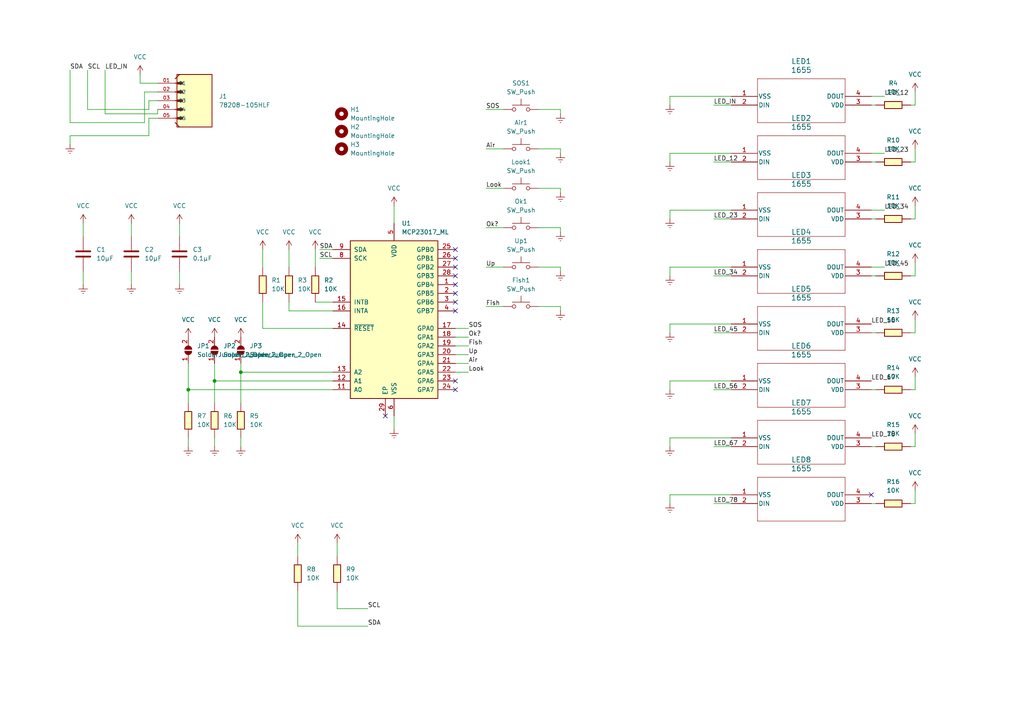
<source format=kicad_sch>
(kicad_sch (version 20230121) (generator eeschema)

  (uuid 7d417264-0705-4dcf-a2f1-0dc114c2876f)

  (paper "A4")

  (lib_symbols
    (symbol "2009_PCB:1655" (pin_names (offset 0.254)) (in_bom yes) (on_board yes)
      (property "Reference" "LED" (at 20.32 10.16 0)
        (effects (font (size 1.524 1.524)))
      )
      (property "Value" "1655" (at 20.32 7.62 0)
        (effects (font (size 1.524 1.524)))
      )
      (property "Footprint" "LED_1655_ADA" (at 0 0 0)
        (effects (font (size 1.27 1.27) italic) hide)
      )
      (property "Datasheet" "1655" (at 0 0 0)
        (effects (font (size 1.27 1.27) italic) hide)
      )
      (property "ki_locked" "" (at 0 0 0)
        (effects (font (size 1.27 1.27)))
      )
      (property "ki_keywords" "1655" (at 0 0 0)
        (effects (font (size 1.27 1.27)) hide)
      )
      (property "ki_fp_filters" "LED_1655_ADA" (at 0 0 0)
        (effects (font (size 1.27 1.27)) hide)
      )
      (symbol "1655_0_1"
        (polyline
          (pts
            (xy 7.62 -7.62)
            (xy 33.02 -7.62)
          )
          (stroke (width 0.127) (type default))
          (fill (type none))
        )
        (polyline
          (pts
            (xy 7.62 5.08)
            (xy 7.62 -7.62)
          )
          (stroke (width 0.127) (type default))
          (fill (type none))
        )
        (polyline
          (pts
            (xy 33.02 -7.62)
            (xy 33.02 5.08)
          )
          (stroke (width 0.127) (type default))
          (fill (type none))
        )
        (polyline
          (pts
            (xy 33.02 5.08)
            (xy 7.62 5.08)
          )
          (stroke (width 0.127) (type default))
          (fill (type none))
        )
      )
      (symbol "1655_1_1"
        (pin power_out line (at 0 0 0) (length 7.62)
          (name "VSS" (effects (font (size 1.27 1.27))))
          (number "1" (effects (font (size 1.27 1.27))))
        )
        (pin input line (at 0 -2.54 0) (length 7.62)
          (name "DIN" (effects (font (size 1.27 1.27))))
          (number "2" (effects (font (size 1.27 1.27))))
        )
        (pin power_in line (at 40.64 -2.54 180) (length 7.62)
          (name "VDD" (effects (font (size 1.27 1.27))))
          (number "3" (effects (font (size 1.27 1.27))))
        )
        (pin output line (at 40.64 0 180) (length 7.62)
          (name "DOUT" (effects (font (size 1.27 1.27))))
          (number "4" (effects (font (size 1.27 1.27))))
        )
      )
    )
    (symbol "2009_PCB:78208-105HLF" (pin_names (offset 1.016)) (in_bom yes) (on_board yes)
      (property "Reference" "J" (at -5.58 7.62 0)
        (effects (font (size 1.27 1.27)) (justify left bottom))
      )
      (property "Value" "78208-105HLF" (at -5.08 -10.16 0)
        (effects (font (size 1.27 1.27)) (justify left bottom))
      )
      (property "Footprint" "78208-105HLF:AMPHENOL_78208-105HLF" (at 0 0 0)
        (effects (font (size 1.27 1.27)) (justify bottom) hide)
      )
      (property "Datasheet" "" (at 0 0 0)
        (effects (font (size 1.27 1.27)) hide)
      )
      (property "MF" "Amphenol ICC (FCI)" (at 0 0 0)
        (effects (font (size 1.27 1.27)) (justify bottom) hide)
      )
      (property "Description" "\n                        \n                            PV Shrouded Header, Wire to Board connector, 2 Wall Shrouded Header - Through Hole - Single row - 5 Positions 2.54mm - Right Angle.\n                        \n" (at 0 0 0)
        (effects (font (size 1.27 1.27)) (justify bottom) hide)
      )
      (property "Package" "None" (at 0 0 0)
        (effects (font (size 1.27 1.27)) (justify bottom) hide)
      )
      (property "Price" "None" (at 0 0 0)
        (effects (font (size 1.27 1.27)) (justify bottom) hide)
      )
      (property "Check_prices" "https://www.snapeda.com/parts/78208-105HLF/Amphenol+FCI/view-part/?ref=eda" (at 0 0 0)
        (effects (font (size 1.27 1.27)) (justify bottom) hide)
      )
      (property "STANDARD" "Manufacturer Recommendations" (at 0 0 0)
        (effects (font (size 1.27 1.27)) (justify bottom) hide)
      )
      (property "PARTREV" "N" (at 0 0 0)
        (effects (font (size 1.27 1.27)) (justify bottom) hide)
      )
      (property "SnapEDA_Link" "https://www.snapeda.com/parts/78208-105HLF/Amphenol+FCI/view-part/?ref=snap" (at 0 0 0)
        (effects (font (size 1.27 1.27)) (justify bottom) hide)
      )
      (property "MP" "78208-105HLF" (at 0 0 0)
        (effects (font (size 1.27 1.27)) (justify bottom) hide)
      )
      (property "Availability" "In Stock" (at 0 0 0)
        (effects (font (size 1.27 1.27)) (justify bottom) hide)
      )
      (property "MANUFACTURER" "Amphenol ICC (FCI)" (at 0 0 0)
        (effects (font (size 1.27 1.27)) (justify bottom) hide)
      )
      (symbol "78208-105HLF_0_0"
        (rectangle (start -4.5508 -7.62) (end 5.6092 7.62)
          (stroke (width 0.254) (type default))
          (fill (type background))
        )
        (rectangle (start -4.445 -5.3975) (end -2.8575 -4.7625)
          (stroke (width 0.1) (type default))
          (fill (type outline))
        )
        (rectangle (start -4.445 -2.8575) (end -2.8575 -2.2225)
          (stroke (width 0.1) (type default))
          (fill (type outline))
        )
        (rectangle (start -4.445 -0.3175) (end -2.8575 0.3175)
          (stroke (width 0.1) (type default))
          (fill (type outline))
        )
        (rectangle (start -4.445 2.2225) (end -2.8575 2.8575)
          (stroke (width 0.1) (type default))
          (fill (type outline))
        )
        (rectangle (start -4.445 4.7625) (end -2.8575 5.3975)
          (stroke (width 0.1) (type default))
          (fill (type outline))
        )
        (polyline
          (pts
            (xy -5.08 -6.35)
            (xy -3.81 -7.62)
          )
          (stroke (width 0.254) (type default))
          (fill (type none))
        )
        (polyline
          (pts
            (xy -5.08 -5.08)
            (xy -3.175 -5.08)
          )
          (stroke (width 0.254) (type default))
          (fill (type none))
        )
        (polyline
          (pts
            (xy -5.08 -2.54)
            (xy -3.175 -2.54)
          )
          (stroke (width 0.254) (type default))
          (fill (type none))
        )
        (polyline
          (pts
            (xy -5.08 0)
            (xy -3.175 0)
          )
          (stroke (width 0.254) (type default))
          (fill (type none))
        )
        (polyline
          (pts
            (xy -5.08 2.54)
            (xy -3.175 2.54)
          )
          (stroke (width 0.254) (type default))
          (fill (type none))
        )
        (polyline
          (pts
            (xy -5.08 5.08)
            (xy -3.175 5.08)
          )
          (stroke (width 0.254) (type default))
          (fill (type none))
        )
        (polyline
          (pts
            (xy -5.08 6.35)
            (xy -3.81 7.62)
          )
          (stroke (width 0.254) (type default))
          (fill (type none))
        )
        (pin passive line (at -10.16 5.08 0) (length 5.08)
          (name "01" (effects (font (size 1.016 1.016))))
          (number "01" (effects (font (size 1.016 1.016))))
        )
        (pin passive line (at -10.16 2.54 0) (length 5.08)
          (name "02" (effects (font (size 1.016 1.016))))
          (number "02" (effects (font (size 1.016 1.016))))
        )
        (pin passive line (at -10.16 0 0) (length 5.08)
          (name "03" (effects (font (size 1.016 1.016))))
          (number "03" (effects (font (size 1.016 1.016))))
        )
        (pin passive line (at -10.16 -2.54 0) (length 5.08)
          (name "04" (effects (font (size 1.016 1.016))))
          (number "04" (effects (font (size 1.016 1.016))))
        )
        (pin passive line (at -10.16 -5.08 0) (length 5.08)
          (name "05" (effects (font (size 1.016 1.016))))
          (number "05" (effects (font (size 1.016 1.016))))
        )
      )
    )
    (symbol "Interface_Expansion:MCP23017_ML" (pin_names (offset 1.016)) (in_bom yes) (on_board yes)
      (property "Reference" "U" (at -11.43 24.13 0)
        (effects (font (size 1.27 1.27)))
      )
      (property "Value" "MCP23017_ML" (at 0 0 0)
        (effects (font (size 1.27 1.27)))
      )
      (property "Footprint" "Package_DFN_QFN:QFN-28-1EP_6x6mm_P0.65mm_EP4.25x4.25mm" (at 5.08 -25.4 0)
        (effects (font (size 1.27 1.27)) (justify left) hide)
      )
      (property "Datasheet" "http://ww1.microchip.com/downloads/en/DeviceDoc/20001952C.pdf" (at 5.08 -27.94 0)
        (effects (font (size 1.27 1.27)) (justify left) hide)
      )
      (property "ki_keywords" "I2C parallel port expander" (at 0 0 0)
        (effects (font (size 1.27 1.27)) hide)
      )
      (property "ki_description" "16-bit I/O expander, I2C, interrupts, w pull-ups, QFN-28" (at 0 0 0)
        (effects (font (size 1.27 1.27)) hide)
      )
      (property "ki_fp_filters" "QFN*6x6mm*P0.65mm*" (at 0 0 0)
        (effects (font (size 1.27 1.27)) hide)
      )
      (symbol "MCP23017_ML_0_1"
        (rectangle (start -12.7 22.86) (end 12.7 -22.86)
          (stroke (width 0.254) (type default))
          (fill (type background))
        )
      )
      (symbol "MCP23017_ML_1_1"
        (pin bidirectional line (at 17.78 10.16 180) (length 5.08)
          (name "GPB4" (effects (font (size 1.27 1.27))))
          (number "1" (effects (font (size 1.27 1.27))))
        )
        (pin no_connect line (at -12.7 12.7 0) (length 5.08) hide
          (name "NC" (effects (font (size 1.27 1.27))))
          (number "10" (effects (font (size 1.27 1.27))))
        )
        (pin input line (at -17.78 -20.32 0) (length 5.08)
          (name "A0" (effects (font (size 1.27 1.27))))
          (number "11" (effects (font (size 1.27 1.27))))
        )
        (pin input line (at -17.78 -17.78 0) (length 5.08)
          (name "A1" (effects (font (size 1.27 1.27))))
          (number "12" (effects (font (size 1.27 1.27))))
        )
        (pin input line (at -17.78 -15.24 0) (length 5.08)
          (name "A2" (effects (font (size 1.27 1.27))))
          (number "13" (effects (font (size 1.27 1.27))))
        )
        (pin input line (at -17.78 -2.54 0) (length 5.08)
          (name "~{RESET}" (effects (font (size 1.27 1.27))))
          (number "14" (effects (font (size 1.27 1.27))))
        )
        (pin tri_state line (at -17.78 5.08 0) (length 5.08)
          (name "INTB" (effects (font (size 1.27 1.27))))
          (number "15" (effects (font (size 1.27 1.27))))
        )
        (pin tri_state line (at -17.78 2.54 0) (length 5.08)
          (name "INTA" (effects (font (size 1.27 1.27))))
          (number "16" (effects (font (size 1.27 1.27))))
        )
        (pin bidirectional line (at 17.78 -2.54 180) (length 5.08)
          (name "GPA0" (effects (font (size 1.27 1.27))))
          (number "17" (effects (font (size 1.27 1.27))))
        )
        (pin bidirectional line (at 17.78 -5.08 180) (length 5.08)
          (name "GPA1" (effects (font (size 1.27 1.27))))
          (number "18" (effects (font (size 1.27 1.27))))
        )
        (pin bidirectional line (at 17.78 -7.62 180) (length 5.08)
          (name "GPA2" (effects (font (size 1.27 1.27))))
          (number "19" (effects (font (size 1.27 1.27))))
        )
        (pin bidirectional line (at 17.78 7.62 180) (length 5.08)
          (name "GPB5" (effects (font (size 1.27 1.27))))
          (number "2" (effects (font (size 1.27 1.27))))
        )
        (pin bidirectional line (at 17.78 -10.16 180) (length 5.08)
          (name "GPA3" (effects (font (size 1.27 1.27))))
          (number "20" (effects (font (size 1.27 1.27))))
        )
        (pin bidirectional line (at 17.78 -12.7 180) (length 5.08)
          (name "GPA4" (effects (font (size 1.27 1.27))))
          (number "21" (effects (font (size 1.27 1.27))))
        )
        (pin bidirectional line (at 17.78 -15.24 180) (length 5.08)
          (name "GPA5" (effects (font (size 1.27 1.27))))
          (number "22" (effects (font (size 1.27 1.27))))
        )
        (pin bidirectional line (at 17.78 -17.78 180) (length 5.08)
          (name "GPA6" (effects (font (size 1.27 1.27))))
          (number "23" (effects (font (size 1.27 1.27))))
        )
        (pin bidirectional line (at 17.78 -20.32 180) (length 5.08)
          (name "GPA7" (effects (font (size 1.27 1.27))))
          (number "24" (effects (font (size 1.27 1.27))))
        )
        (pin bidirectional line (at 17.78 20.32 180) (length 5.08)
          (name "GPB0" (effects (font (size 1.27 1.27))))
          (number "25" (effects (font (size 1.27 1.27))))
        )
        (pin bidirectional line (at 17.78 17.78 180) (length 5.08)
          (name "GPB1" (effects (font (size 1.27 1.27))))
          (number "26" (effects (font (size 1.27 1.27))))
        )
        (pin bidirectional line (at 17.78 15.24 180) (length 5.08)
          (name "GPB2" (effects (font (size 1.27 1.27))))
          (number "27" (effects (font (size 1.27 1.27))))
        )
        (pin bidirectional line (at 17.78 12.7 180) (length 5.08)
          (name "GPB3" (effects (font (size 1.27 1.27))))
          (number "28" (effects (font (size 1.27 1.27))))
        )
        (pin passive line (at -2.54 -27.94 90) (length 5.08)
          (name "EP" (effects (font (size 1.27 1.27))))
          (number "29" (effects (font (size 1.27 1.27))))
        )
        (pin bidirectional line (at 17.78 5.08 180) (length 5.08)
          (name "GPB6" (effects (font (size 1.27 1.27))))
          (number "3" (effects (font (size 1.27 1.27))))
        )
        (pin bidirectional line (at 17.78 2.54 180) (length 5.08)
          (name "GPB7" (effects (font (size 1.27 1.27))))
          (number "4" (effects (font (size 1.27 1.27))))
        )
        (pin power_in line (at 0 27.94 270) (length 5.08)
          (name "VDD" (effects (font (size 1.27 1.27))))
          (number "5" (effects (font (size 1.27 1.27))))
        )
        (pin power_in line (at 0 -27.94 90) (length 5.08)
          (name "VSS" (effects (font (size 1.27 1.27))))
          (number "6" (effects (font (size 1.27 1.27))))
        )
        (pin no_connect line (at -12.7 15.24 0) (length 5.08) hide
          (name "NC" (effects (font (size 1.27 1.27))))
          (number "7" (effects (font (size 1.27 1.27))))
        )
        (pin input line (at -17.78 17.78 0) (length 5.08)
          (name "SCK" (effects (font (size 1.27 1.27))))
          (number "8" (effects (font (size 1.27 1.27))))
        )
        (pin bidirectional line (at -17.78 20.32 0) (length 5.08)
          (name "SDA" (effects (font (size 1.27 1.27))))
          (number "9" (effects (font (size 1.27 1.27))))
        )
      )
    )
    (symbol "Jumper:SolderJumper_2_Open" (pin_names (offset 0) hide) (in_bom yes) (on_board yes)
      (property "Reference" "JP" (at 0 2.032 0)
        (effects (font (size 1.27 1.27)))
      )
      (property "Value" "SolderJumper_2_Open" (at 0 -2.54 0)
        (effects (font (size 1.27 1.27)))
      )
      (property "Footprint" "" (at 0 0 0)
        (effects (font (size 1.27 1.27)) hide)
      )
      (property "Datasheet" "~" (at 0 0 0)
        (effects (font (size 1.27 1.27)) hide)
      )
      (property "ki_keywords" "solder jumper SPST" (at 0 0 0)
        (effects (font (size 1.27 1.27)) hide)
      )
      (property "ki_description" "Solder Jumper, 2-pole, open" (at 0 0 0)
        (effects (font (size 1.27 1.27)) hide)
      )
      (property "ki_fp_filters" "SolderJumper*Open*" (at 0 0 0)
        (effects (font (size 1.27 1.27)) hide)
      )
      (symbol "SolderJumper_2_Open_0_1"
        (arc (start -0.254 1.016) (mid -1.2656 0) (end -0.254 -1.016)
          (stroke (width 0) (type default))
          (fill (type none))
        )
        (arc (start -0.254 1.016) (mid -1.2656 0) (end -0.254 -1.016)
          (stroke (width 0) (type default))
          (fill (type outline))
        )
        (polyline
          (pts
            (xy -0.254 1.016)
            (xy -0.254 -1.016)
          )
          (stroke (width 0) (type default))
          (fill (type none))
        )
        (polyline
          (pts
            (xy 0.254 1.016)
            (xy 0.254 -1.016)
          )
          (stroke (width 0) (type default))
          (fill (type none))
        )
        (arc (start 0.254 -1.016) (mid 1.2656 0) (end 0.254 1.016)
          (stroke (width 0) (type default))
          (fill (type none))
        )
        (arc (start 0.254 -1.016) (mid 1.2656 0) (end 0.254 1.016)
          (stroke (width 0) (type default))
          (fill (type outline))
        )
      )
      (symbol "SolderJumper_2_Open_1_1"
        (pin passive line (at -3.81 0 0) (length 2.54)
          (name "A" (effects (font (size 1.27 1.27))))
          (number "1" (effects (font (size 1.27 1.27))))
        )
        (pin passive line (at 3.81 0 180) (length 2.54)
          (name "B" (effects (font (size 1.27 1.27))))
          (number "2" (effects (font (size 1.27 1.27))))
        )
      )
    )
    (symbol "Mechanical:MountingHole" (pin_names (offset 1.016)) (in_bom yes) (on_board yes)
      (property "Reference" "H" (at 0 5.08 0)
        (effects (font (size 1.27 1.27)))
      )
      (property "Value" "MountingHole" (at 0 3.175 0)
        (effects (font (size 1.27 1.27)))
      )
      (property "Footprint" "" (at 0 0 0)
        (effects (font (size 1.27 1.27)) hide)
      )
      (property "Datasheet" "~" (at 0 0 0)
        (effects (font (size 1.27 1.27)) hide)
      )
      (property "ki_keywords" "mounting hole" (at 0 0 0)
        (effects (font (size 1.27 1.27)) hide)
      )
      (property "ki_description" "Mounting Hole without connection" (at 0 0 0)
        (effects (font (size 1.27 1.27)) hide)
      )
      (property "ki_fp_filters" "MountingHole*" (at 0 0 0)
        (effects (font (size 1.27 1.27)) hide)
      )
      (symbol "MountingHole_0_1"
        (circle (center 0 0) (radius 1.27)
          (stroke (width 1.27) (type default))
          (fill (type none))
        )
      )
    )
    (symbol "Switch:SW_Push" (pin_numbers hide) (pin_names (offset 1.016) hide) (in_bom yes) (on_board yes)
      (property "Reference" "SW" (at 1.27 2.54 0)
        (effects (font (size 1.27 1.27)) (justify left))
      )
      (property "Value" "SW_Push" (at 0 -1.524 0)
        (effects (font (size 1.27 1.27)))
      )
      (property "Footprint" "" (at 0 5.08 0)
        (effects (font (size 1.27 1.27)) hide)
      )
      (property "Datasheet" "~" (at 0 5.08 0)
        (effects (font (size 1.27 1.27)) hide)
      )
      (property "ki_keywords" "switch normally-open pushbutton push-button" (at 0 0 0)
        (effects (font (size 1.27 1.27)) hide)
      )
      (property "ki_description" "Push button switch, generic, two pins" (at 0 0 0)
        (effects (font (size 1.27 1.27)) hide)
      )
      (symbol "SW_Push_0_1"
        (circle (center -2.032 0) (radius 0.508)
          (stroke (width 0) (type default))
          (fill (type none))
        )
        (polyline
          (pts
            (xy 0 1.27)
            (xy 0 3.048)
          )
          (stroke (width 0) (type default))
          (fill (type none))
        )
        (polyline
          (pts
            (xy 2.54 1.27)
            (xy -2.54 1.27)
          )
          (stroke (width 0) (type default))
          (fill (type none))
        )
        (circle (center 2.032 0) (radius 0.508)
          (stroke (width 0) (type default))
          (fill (type none))
        )
        (pin passive line (at -5.08 0 0) (length 2.54)
          (name "1" (effects (font (size 1.27 1.27))))
          (number "1" (effects (font (size 1.27 1.27))))
        )
        (pin passive line (at 5.08 0 180) (length 2.54)
          (name "2" (effects (font (size 1.27 1.27))))
          (number "2" (effects (font (size 1.27 1.27))))
        )
      )
    )
    (symbol "fab:C_1206" (pin_numbers hide) (in_bom yes) (on_board yes)
      (property "Reference" "C" (at 0.635 2.54 0)
        (effects (font (size 1.27 1.27)) (justify left))
      )
      (property "Value" "C_1206" (at 0.635 -2.54 0)
        (effects (font (size 1.27 1.27)) (justify left))
      )
      (property "Footprint" "fab:C_1206" (at 0 0 0)
        (effects (font (size 1.27 1.27)) hide)
      )
      (property "Datasheet" "https://www.yageo.com/upload/media/product/productsearch/datasheet/mlcc/UPY-GP_NP0_16V-to-50V_18.pdf" (at 0 0 0)
        (effects (font (size 1.27 1.27)) hide)
      )
      (property "ki_keywords" "cap capacitor unpolarized 1206 C GRT31CC8YA106ME01L C3216X7R1H105K160AB C3216X7R2A104K160AA CC1206CRNPO9BN1R0 CC1206JRNPO9BN100 CC1206JRNPO9BN101 CC1206KKX7RCBB102 CC1206KRX7R9BB103" (at 0 0 0)
        (effects (font (size 1.27 1.27)) hide)
      )
      (property "ki_description" "Unpolarized capacitor, SMD, 1206" (at 0 0 0)
        (effects (font (size 1.27 1.27)) hide)
      )
      (property "ki_fp_filters" "*C*" (at 0 0 0)
        (effects (font (size 1.27 1.27)) hide)
      )
      (symbol "C_1206_0_1"
        (polyline
          (pts
            (xy -2.032 -0.762)
            (xy 2.032 -0.762)
          )
          (stroke (width 0.508) (type default))
          (fill (type none))
        )
        (polyline
          (pts
            (xy -2.032 0.762)
            (xy 2.032 0.762)
          )
          (stroke (width 0.508) (type default))
          (fill (type none))
        )
        (polyline
          (pts
            (xy 0 -0.635)
            (xy 0 -2.54)
          )
          (stroke (width 0) (type default))
          (fill (type none))
        )
        (polyline
          (pts
            (xy 0 0.635)
            (xy 0 2.54)
          )
          (stroke (width 0) (type default))
          (fill (type none))
        )
      )
      (symbol "C_1206_1_1"
        (pin passive line (at 0 5.08 270) (length 2.54)
          (name "~" (effects (font (size 1.27 1.27))))
          (number "1" (effects (font (size 1.27 1.27))))
        )
        (pin passive line (at 0 -5.08 90) (length 2.54)
          (name "~" (effects (font (size 1.27 1.27))))
          (number "2" (effects (font (size 1.27 1.27))))
        )
      )
    )
    (symbol "fab:R_1206" (pin_numbers hide) (pin_names (offset 0)) (in_bom yes) (on_board yes)
      (property "Reference" "R" (at 2.54 0 90)
        (effects (font (size 1.27 1.27)))
      )
      (property "Value" "R_1206" (at -2.54 0 90)
        (effects (font (size 1.27 1.27)))
      )
      (property "Footprint" "fab:R_1206" (at 0 0 90)
        (effects (font (size 1.27 1.27)) hide)
      )
      (property "Datasheet" "~" (at 0 0 0)
        (effects (font (size 1.27 1.27)) hide)
      )
      (property "ki_keywords" "R res resistor RC1206FR-074M99L RC1206FR-07499KL RC1206FR-0749K9L RC1206FR-0749R9L RC1206FR-074R99L ERJ-8BWJR100V RC1206FR-070RL RC1206FR-071RL RC1206FR-0710RL RC1206FR-07100RL RC1206FR-07499RL RC1206FR-071KL RC1206FR-074K99L RC1206FR-0710KL RC1206FR-07100KL RC1206FR-071ML RC1206FR-0710ML PT1206FR-070R1L" (at 0 0 0)
        (effects (font (size 1.27 1.27)) hide)
      )
      (property "ki_description" "Resistor" (at 0 0 0)
        (effects (font (size 1.27 1.27)) hide)
      )
      (property "ki_fp_filters" "*R*1206*" (at 0 0 0)
        (effects (font (size 1.27 1.27)) hide)
      )
      (symbol "R_1206_0_1"
        (rectangle (start -1.016 -2.54) (end 1.016 2.54)
          (stroke (width 0.254) (type default))
          (fill (type background))
        )
      )
      (symbol "R_1206_1_1"
        (pin passive line (at 0 5.08 270) (length 2.54)
          (name "~" (effects (font (size 1.27 1.27))))
          (number "1" (effects (font (size 1.27 1.27))))
        )
        (pin passive line (at 0 -5.08 90) (length 2.54)
          (name "~" (effects (font (size 1.27 1.27))))
          (number "2" (effects (font (size 1.27 1.27))))
        )
      )
    )
    (symbol "power:Earth" (power) (pin_names (offset 0)) (in_bom yes) (on_board yes)
      (property "Reference" "#PWR" (at 0 -6.35 0)
        (effects (font (size 1.27 1.27)) hide)
      )
      (property "Value" "Earth" (at 0 -3.81 0)
        (effects (font (size 1.27 1.27)) hide)
      )
      (property "Footprint" "" (at 0 0 0)
        (effects (font (size 1.27 1.27)) hide)
      )
      (property "Datasheet" "~" (at 0 0 0)
        (effects (font (size 1.27 1.27)) hide)
      )
      (property "ki_keywords" "global ground gnd" (at 0 0 0)
        (effects (font (size 1.27 1.27)) hide)
      )
      (property "ki_description" "Power symbol creates a global label with name \"Earth\"" (at 0 0 0)
        (effects (font (size 1.27 1.27)) hide)
      )
      (symbol "Earth_0_1"
        (polyline
          (pts
            (xy -0.635 -1.905)
            (xy 0.635 -1.905)
          )
          (stroke (width 0) (type default))
          (fill (type none))
        )
        (polyline
          (pts
            (xy -0.127 -2.54)
            (xy 0.127 -2.54)
          )
          (stroke (width 0) (type default))
          (fill (type none))
        )
        (polyline
          (pts
            (xy 0 -1.27)
            (xy 0 0)
          )
          (stroke (width 0) (type default))
          (fill (type none))
        )
        (polyline
          (pts
            (xy 1.27 -1.27)
            (xy -1.27 -1.27)
          )
          (stroke (width 0) (type default))
          (fill (type none))
        )
      )
      (symbol "Earth_1_1"
        (pin power_in line (at 0 0 270) (length 0) hide
          (name "Earth" (effects (font (size 1.27 1.27))))
          (number "1" (effects (font (size 1.27 1.27))))
        )
      )
    )
    (symbol "power:VCC" (power) (pin_names (offset 0)) (in_bom yes) (on_board yes)
      (property "Reference" "#PWR" (at 0 -3.81 0)
        (effects (font (size 1.27 1.27)) hide)
      )
      (property "Value" "VCC" (at 0 3.81 0)
        (effects (font (size 1.27 1.27)))
      )
      (property "Footprint" "" (at 0 0 0)
        (effects (font (size 1.27 1.27)) hide)
      )
      (property "Datasheet" "" (at 0 0 0)
        (effects (font (size 1.27 1.27)) hide)
      )
      (property "ki_keywords" "global power" (at 0 0 0)
        (effects (font (size 1.27 1.27)) hide)
      )
      (property "ki_description" "Power symbol creates a global label with name \"VCC\"" (at 0 0 0)
        (effects (font (size 1.27 1.27)) hide)
      )
      (symbol "VCC_0_1"
        (polyline
          (pts
            (xy -0.762 1.27)
            (xy 0 2.54)
          )
          (stroke (width 0) (type default))
          (fill (type none))
        )
        (polyline
          (pts
            (xy 0 0)
            (xy 0 2.54)
          )
          (stroke (width 0) (type default))
          (fill (type none))
        )
        (polyline
          (pts
            (xy 0 2.54)
            (xy 0.762 1.27)
          )
          (stroke (width 0) (type default))
          (fill (type none))
        )
      )
      (symbol "VCC_1_1"
        (pin power_in line (at 0 0 90) (length 0) hide
          (name "VCC" (effects (font (size 1.27 1.27))))
          (number "1" (effects (font (size 1.27 1.27))))
        )
      )
    )
  )

  (junction (at 54.61 113.03) (diameter 0) (color 0 0 0 0)
    (uuid 57df0028-b32e-48ee-b661-df57b018439e)
  )
  (junction (at 62.23 110.49) (diameter 0) (color 0 0 0 0)
    (uuid 61c58bc9-5640-4c1b-8e77-d7a2a69807d0)
  )
  (junction (at 69.85 107.95) (diameter 0) (color 0 0 0 0)
    (uuid 9dce088e-81f6-489d-8429-4956a730d73f)
  )

  (no_connect (at 252.73 143.51) (uuid 1fc41098-127f-4879-8981-0d8b0349efe1))
  (no_connect (at 132.08 85.09) (uuid 2a75d7ce-6ba1-45f4-ac2f-d5937bb77879))
  (no_connect (at 132.08 72.39) (uuid 4b0995b7-efa1-44d1-b271-89d50e899a10))
  (no_connect (at 132.08 110.49) (uuid 6ef86331-9f6a-4af1-b913-091f89cb758c))
  (no_connect (at 132.08 82.55) (uuid 810011aa-0600-4ef6-afa6-5a9c81695539))
  (no_connect (at 132.08 80.01) (uuid 8d95bea9-4c7e-49cc-81b0-4300d1ba5e6e))
  (no_connect (at 132.08 90.17) (uuid abd09eac-1f29-484c-af5c-46426f1273eb))
  (no_connect (at 132.08 87.63) (uuid bae3bd4a-b57b-4f69-be78-721e3af75d15))
  (no_connect (at 111.76 120.65) (uuid c6035f1e-b829-4328-b301-f33305cb5d4f))
  (no_connect (at 132.08 74.93) (uuid e25f4ff4-c915-4d76-83c2-1bccd128f831))
  (no_connect (at 132.08 77.47) (uuid e563db6e-ba55-4c5e-a0e7-f11f2c43068a))
  (no_connect (at 132.08 113.03) (uuid fdc6caf5-d32d-448d-ba66-9cde252ac4ce))

  (wire (pts (xy 194.31 110.49) (xy 212.09 110.49))
    (stroke (width 0) (type default))
    (uuid 004a5aaa-b3d6-469f-bba8-68b89082c26f)
  )
  (wire (pts (xy 62.23 127) (xy 62.23 129.54))
    (stroke (width 0) (type default))
    (uuid 01ea45f0-8a69-4d3b-a6df-1c8726a92891)
  )
  (wire (pts (xy 252.73 27.94) (xy 256.54 27.94))
    (stroke (width 0) (type default))
    (uuid 073c5aea-028e-4780-af76-bf0d15b0ddf5)
  )
  (wire (pts (xy 54.61 127) (xy 54.61 129.54))
    (stroke (width 0) (type default))
    (uuid 0b20fc5f-39e9-4e6d-a7e7-b7c219efdf3c)
  )
  (wire (pts (xy 194.31 77.47) (xy 212.09 77.47))
    (stroke (width 0) (type default))
    (uuid 0b2ab698-6bb0-44a0-8d8e-823d23f50571)
  )
  (wire (pts (xy 24.13 78.74) (xy 24.13 82.55))
    (stroke (width 0) (type default))
    (uuid 0fd7a8a3-83d6-4b31-875e-1e7241c43c33)
  )
  (wire (pts (xy 194.31 44.45) (xy 212.09 44.45))
    (stroke (width 0) (type default))
    (uuid 11aef1f7-977c-4771-8f6e-307760a0bfbd)
  )
  (wire (pts (xy 20.32 35.56) (xy 41.91 35.56))
    (stroke (width 0) (type default))
    (uuid 19c959fc-c6d9-445c-919a-48415dae8140)
  )
  (wire (pts (xy 194.31 143.51) (xy 212.09 143.51))
    (stroke (width 0) (type default))
    (uuid 19eef129-c2af-4b54-b9ff-09ac19422b67)
  )
  (wire (pts (xy 194.31 60.96) (xy 194.31 63.5))
    (stroke (width 0) (type default))
    (uuid 1db88da6-a023-4290-9c7b-95fb3bd907a3)
  )
  (wire (pts (xy 194.31 46.99) (xy 194.31 44.45))
    (stroke (width 0) (type default))
    (uuid 1f7ad43e-c30d-4722-ba93-10dfce042362)
  )
  (wire (pts (xy 207.01 80.01) (xy 212.09 80.01))
    (stroke (width 0) (type default))
    (uuid 229e8879-b1d2-44d2-ab26-a319b6e1eb08)
  )
  (wire (pts (xy 20.32 41.91) (xy 20.32 39.37))
    (stroke (width 0) (type default))
    (uuid 25c7d237-f6c3-48fe-9cfd-a2aed2cf38f8)
  )
  (wire (pts (xy 69.85 127) (xy 69.85 129.54))
    (stroke (width 0) (type default))
    (uuid 26687237-5a45-4b46-ad6a-92ec0d61d4a6)
  )
  (wire (pts (xy 140.97 43.18) (xy 146.05 43.18))
    (stroke (width 0) (type default))
    (uuid 2830617a-8078-4717-b551-099d82d68a90)
  )
  (wire (pts (xy 207.01 146.05) (xy 212.09 146.05))
    (stroke (width 0) (type default))
    (uuid 2a4bfafd-6ee6-4ca4-a33b-bbc88eb8ef79)
  )
  (wire (pts (xy 91.44 87.63) (xy 96.52 87.63))
    (stroke (width 0) (type default))
    (uuid 2ad7515c-0713-4214-8e6b-802501a258a5)
  )
  (wire (pts (xy 156.21 77.47) (xy 162.56 77.47))
    (stroke (width 0) (type default))
    (uuid 2af83e42-82e5-44f1-ace5-b2e92c6ddaea)
  )
  (wire (pts (xy 86.36 181.61) (xy 106.68 181.61))
    (stroke (width 0) (type default))
    (uuid 2b920263-907b-4c98-acdd-0cd1c91e6576)
  )
  (wire (pts (xy 41.91 26.67) (xy 41.91 35.56))
    (stroke (width 0) (type default))
    (uuid 2ffb22a6-0437-4b8a-95f0-0f88e570d61b)
  )
  (wire (pts (xy 252.73 77.47) (xy 256.54 77.47))
    (stroke (width 0) (type default))
    (uuid 31113cab-b475-4b27-9751-c5f0cccc1f1e)
  )
  (wire (pts (xy 194.31 113.03) (xy 194.31 110.49))
    (stroke (width 0) (type default))
    (uuid 3250d046-081f-4350-a35c-8cac8bd5ae5e)
  )
  (wire (pts (xy 252.73 60.96) (xy 256.54 60.96))
    (stroke (width 0) (type default))
    (uuid 32760d1a-128a-4fc2-83bc-271ca9af8fe1)
  )
  (wire (pts (xy 86.36 171.45) (xy 86.36 181.61))
    (stroke (width 0) (type default))
    (uuid 329b5649-b77f-4e77-bc57-2f8687898f6e)
  )
  (wire (pts (xy 97.79 171.45) (xy 97.79 176.53))
    (stroke (width 0) (type default))
    (uuid 353bb9cc-7361-4ca0-be7f-f8db3369ae1c)
  )
  (wire (pts (xy 194.31 27.94) (xy 212.09 27.94))
    (stroke (width 0) (type default))
    (uuid 37181dab-b20a-4fee-83a8-69b6ffd4289d)
  )
  (wire (pts (xy 38.1 64.77) (xy 38.1 68.58))
    (stroke (width 0) (type default))
    (uuid 37bd01ef-6f0b-491b-b27c-2f2996aa949a)
  )
  (wire (pts (xy 132.08 105.41) (xy 135.89 105.41))
    (stroke (width 0) (type default))
    (uuid 3bab81a3-22df-44ba-85a2-4d6f1869ae6e)
  )
  (wire (pts (xy 156.21 66.04) (xy 162.56 66.04))
    (stroke (width 0) (type default))
    (uuid 3c13aad6-67f6-4293-9070-03e235fc0f33)
  )
  (wire (pts (xy 114.3 120.65) (xy 114.3 124.46))
    (stroke (width 0) (type default))
    (uuid 3d8ee9b2-f42b-4f0c-a15b-73df3168c2a9)
  )
  (wire (pts (xy 92.71 74.93) (xy 96.52 74.93))
    (stroke (width 0) (type default))
    (uuid 3dcca1c5-921c-4737-a075-300875041598)
  )
  (wire (pts (xy 252.73 113.03) (xy 254 113.03))
    (stroke (width 0) (type default))
    (uuid 3f39fa6a-e939-4e40-94a5-42233758200b)
  )
  (wire (pts (xy 252.73 96.52) (xy 254 96.52))
    (stroke (width 0) (type default))
    (uuid 40104df4-0e23-44ee-a7d4-fd693618c35b)
  )
  (wire (pts (xy 20.32 39.37) (xy 43.18 39.37))
    (stroke (width 0) (type default))
    (uuid 40a5376a-5fc1-4372-bd57-64f81f31ba7d)
  )
  (wire (pts (xy 96.52 113.03) (xy 54.61 113.03))
    (stroke (width 0) (type default))
    (uuid 41e8b1dc-8995-4180-a9ea-ed0ce2fe8bc6)
  )
  (wire (pts (xy 194.31 129.54) (xy 194.31 127))
    (stroke (width 0) (type default))
    (uuid 424a0d62-1c9e-47ee-bfa9-5eee5c29c4a1)
  )
  (wire (pts (xy 140.97 66.04) (xy 146.05 66.04))
    (stroke (width 0) (type default))
    (uuid 4579ea02-42bc-4e00-8d7a-f42226703a18)
  )
  (wire (pts (xy 54.61 113.03) (xy 54.61 105.41))
    (stroke (width 0) (type default))
    (uuid 469b4924-b435-4fc5-a697-aea06c34c44f)
  )
  (wire (pts (xy 264.16 146.05) (xy 265.43 146.05))
    (stroke (width 0) (type default))
    (uuid 46ff7728-4a2c-42d7-8424-c6eac5a89b7e)
  )
  (wire (pts (xy 265.43 129.54) (xy 265.43 125.73))
    (stroke (width 0) (type default))
    (uuid 49cfd399-871a-42e9-af68-a4f2a1aceb8d)
  )
  (wire (pts (xy 265.43 63.5) (xy 265.43 59.69))
    (stroke (width 0) (type default))
    (uuid 4af13fcb-036d-4392-a4f6-d091bd86a3dd)
  )
  (wire (pts (xy 265.43 96.52) (xy 265.43 92.71))
    (stroke (width 0) (type default))
    (uuid 4b94d8ab-d1d6-4c16-89d0-156707352ff6)
  )
  (wire (pts (xy 97.79 157.48) (xy 97.79 161.29))
    (stroke (width 0) (type default))
    (uuid 4cee8ab5-26f7-465d-a4a1-53b4aba61063)
  )
  (wire (pts (xy 38.1 78.74) (xy 38.1 82.55))
    (stroke (width 0) (type default))
    (uuid 5272a04d-eab6-4815-993a-0e3b25d1b259)
  )
  (wire (pts (xy 162.56 31.75) (xy 162.56 33.02))
    (stroke (width 0) (type default))
    (uuid 5304d4e9-97bb-4c62-b618-2c5cc5046ad9)
  )
  (wire (pts (xy 30.48 33.02) (xy 45.72 33.02))
    (stroke (width 0) (type default))
    (uuid 559daab5-9785-4a44-8548-cdbe9a60041d)
  )
  (wire (pts (xy 83.82 87.63) (xy 83.82 90.17))
    (stroke (width 0) (type default))
    (uuid 57b529c7-5dac-4afb-82c5-75204b2bcdf2)
  )
  (wire (pts (xy 43.18 29.21) (xy 45.72 29.21))
    (stroke (width 0) (type default))
    (uuid 582e2f83-85d7-4432-8c7b-5d4a61558835)
  )
  (wire (pts (xy 194.31 96.52) (xy 194.31 93.98))
    (stroke (width 0) (type default))
    (uuid 59666737-5016-4275-9fb5-1cb6074c6e43)
  )
  (wire (pts (xy 140.97 31.75) (xy 146.05 31.75))
    (stroke (width 0) (type default))
    (uuid 59d5d429-1f4f-44a3-b5c5-470ff0c95b54)
  )
  (wire (pts (xy 52.07 78.74) (xy 52.07 82.55))
    (stroke (width 0) (type default))
    (uuid 59f402ef-9b7d-4173-ad3f-ff77215cd091)
  )
  (wire (pts (xy 76.2 95.25) (xy 96.52 95.25))
    (stroke (width 0) (type default))
    (uuid 5b059222-f081-478e-9658-67d7866fabc1)
  )
  (wire (pts (xy 69.85 107.95) (xy 69.85 116.84))
    (stroke (width 0) (type default))
    (uuid 5b5d8391-707b-4a0f-a331-061545e533d7)
  )
  (wire (pts (xy 264.16 63.5) (xy 265.43 63.5))
    (stroke (width 0) (type default))
    (uuid 5beaf9a1-df94-4c54-be1e-a1d515a4b678)
  )
  (wire (pts (xy 265.43 30.48) (xy 265.43 26.67))
    (stroke (width 0) (type default))
    (uuid 5bfc3758-aa6b-422f-84c3-de5b1014e91b)
  )
  (wire (pts (xy 41.91 26.67) (xy 45.72 26.67))
    (stroke (width 0) (type default))
    (uuid 5caecdab-fdcf-4cf8-8a85-7defecdb5da5)
  )
  (wire (pts (xy 83.82 72.39) (xy 83.82 77.47))
    (stroke (width 0) (type default))
    (uuid 5e322c11-02c9-4eef-b701-d84c7a0b81ee)
  )
  (wire (pts (xy 265.43 46.99) (xy 265.43 43.18))
    (stroke (width 0) (type default))
    (uuid 62b49770-6f38-4b5d-90bc-11aefd05637a)
  )
  (wire (pts (xy 40.64 24.13) (xy 45.72 24.13))
    (stroke (width 0) (type default))
    (uuid 62d71c22-a393-43d4-8deb-0eebe8ff9b56)
  )
  (wire (pts (xy 45.72 33.02) (xy 45.72 31.75))
    (stroke (width 0) (type default))
    (uuid 66193b0b-0061-4c34-a4b7-6bd5b737a185)
  )
  (wire (pts (xy 25.4 31.75) (xy 43.18 31.75))
    (stroke (width 0) (type default))
    (uuid 67a96fb3-1fa2-466b-ba7c-f0e3c04ac681)
  )
  (wire (pts (xy 40.64 21.59) (xy 40.64 24.13))
    (stroke (width 0) (type default))
    (uuid 68b23ae9-87fb-4c01-bd30-809c79540f3b)
  )
  (wire (pts (xy 20.32 20.32) (xy 20.32 35.56))
    (stroke (width 0) (type default))
    (uuid 6bac1c68-fe96-4015-96b2-53672026006b)
  )
  (wire (pts (xy 62.23 110.49) (xy 62.23 116.84))
    (stroke (width 0) (type default))
    (uuid 6ee243c9-d8c3-47a4-829a-d79b3a5935bd)
  )
  (wire (pts (xy 76.2 72.39) (xy 76.2 77.47))
    (stroke (width 0) (type default))
    (uuid 6fa7ece9-9a62-4ede-a9fa-9fc62513a833)
  )
  (wire (pts (xy 264.16 113.03) (xy 265.43 113.03))
    (stroke (width 0) (type default))
    (uuid 7131f601-fe94-4945-91ac-5005bad34914)
  )
  (wire (pts (xy 43.18 34.29) (xy 45.72 34.29))
    (stroke (width 0) (type default))
    (uuid 73450410-6dd3-4e7a-8fdf-a819e2975fb7)
  )
  (wire (pts (xy 132.08 95.25) (xy 135.89 95.25))
    (stroke (width 0) (type default))
    (uuid 7746a435-21f7-4dca-81b7-f75f3d3e9878)
  )
  (wire (pts (xy 30.48 20.32) (xy 30.48 33.02))
    (stroke (width 0) (type default))
    (uuid 79de4c18-01b6-4509-b1fe-92dca100f032)
  )
  (wire (pts (xy 69.85 107.95) (xy 69.85 105.41))
    (stroke (width 0) (type default))
    (uuid 79de74e1-4d6b-4fb0-ac0b-24e9c30be840)
  )
  (wire (pts (xy 264.16 129.54) (xy 265.43 129.54))
    (stroke (width 0) (type default))
    (uuid 7aa01cfc-e63c-4fe3-99d5-60597135a337)
  )
  (wire (pts (xy 252.73 63.5) (xy 254 63.5))
    (stroke (width 0) (type default))
    (uuid 7b920588-6257-4884-8d8b-63c6aab107b0)
  )
  (wire (pts (xy 62.23 110.49) (xy 62.23 105.41))
    (stroke (width 0) (type default))
    (uuid 7d4c821c-f432-402e-bcc8-c81722bd732b)
  )
  (wire (pts (xy 264.16 96.52) (xy 265.43 96.52))
    (stroke (width 0) (type default))
    (uuid 7ec37e3a-dbda-4a18-953c-0a4bbf8fbd4b)
  )
  (wire (pts (xy 207.01 129.54) (xy 212.09 129.54))
    (stroke (width 0) (type default))
    (uuid 7f50118d-29af-44d0-9f8f-89568f48c735)
  )
  (wire (pts (xy 132.08 100.33) (xy 135.89 100.33))
    (stroke (width 0) (type default))
    (uuid 807ce660-1c17-43b8-b65c-92e2956b8a70)
  )
  (wire (pts (xy 96.52 110.49) (xy 62.23 110.49))
    (stroke (width 0) (type default))
    (uuid 84ae7b07-6708-4967-b909-b6fb87a7f1e7)
  )
  (wire (pts (xy 162.56 77.47) (xy 162.56 78.74))
    (stroke (width 0) (type default))
    (uuid 87079de1-68d5-4a29-bd40-9881ac309ac5)
  )
  (wire (pts (xy 97.79 176.53) (xy 106.68 176.53))
    (stroke (width 0) (type default))
    (uuid 897785fb-8d84-4f47-ba06-b0adc3f30807)
  )
  (wire (pts (xy 162.56 54.61) (xy 162.56 55.88))
    (stroke (width 0) (type default))
    (uuid 898fdef4-61d4-4dce-933f-16b353492c2f)
  )
  (wire (pts (xy 43.18 31.75) (xy 43.18 29.21))
    (stroke (width 0) (type default))
    (uuid 8a643ebc-c9c7-404d-9a38-2215189cff67)
  )
  (wire (pts (xy 140.97 54.61) (xy 146.05 54.61))
    (stroke (width 0) (type default))
    (uuid 8b44136a-86ee-4a26-ac97-7fc29a67f29b)
  )
  (wire (pts (xy 156.21 88.9) (xy 162.56 88.9))
    (stroke (width 0) (type default))
    (uuid 902b1181-c4ae-4ea2-8208-f878d1b2b6f7)
  )
  (wire (pts (xy 91.44 72.39) (xy 91.44 77.47))
    (stroke (width 0) (type default))
    (uuid 95a9b559-6ff3-4898-8e1d-66ae9292fcf4)
  )
  (wire (pts (xy 194.31 60.96) (xy 212.09 60.96))
    (stroke (width 0) (type default))
    (uuid 96b689e9-8489-4990-af61-fb561ce6ebe3)
  )
  (wire (pts (xy 194.31 30.48) (xy 194.31 27.94))
    (stroke (width 0) (type default))
    (uuid 98121d11-075b-4d21-8e6b-5db98805bda8)
  )
  (wire (pts (xy 194.31 127) (xy 212.09 127))
    (stroke (width 0) (type default))
    (uuid 994875f6-3507-4076-bafb-53bfca64cc11)
  )
  (wire (pts (xy 207.01 96.52) (xy 212.09 96.52))
    (stroke (width 0) (type default))
    (uuid 9d97977d-ed88-4a94-a594-f73a3a6826c6)
  )
  (wire (pts (xy 25.4 20.32) (xy 25.4 31.75))
    (stroke (width 0) (type default))
    (uuid 9df0320e-db93-4532-b48d-4521d6d73f16)
  )
  (wire (pts (xy 156.21 43.18) (xy 162.56 43.18))
    (stroke (width 0) (type default))
    (uuid 9e2471bd-57ae-4cf0-975c-7c61d9a33f4a)
  )
  (wire (pts (xy 86.36 157.48) (xy 86.36 161.29))
    (stroke (width 0) (type default))
    (uuid 9ea845ad-e2ae-4c8c-9f37-d32d02c0a901)
  )
  (wire (pts (xy 265.43 80.01) (xy 265.43 76.2))
    (stroke (width 0) (type default))
    (uuid 9f1a4719-b3a7-4a93-bfd4-6fce12ffbc35)
  )
  (wire (pts (xy 207.01 113.03) (xy 212.09 113.03))
    (stroke (width 0) (type default))
    (uuid 9f671c94-4e42-433e-a848-2d7ca468c25d)
  )
  (wire (pts (xy 156.21 31.75) (xy 162.56 31.75))
    (stroke (width 0) (type default))
    (uuid a5712bc8-96b0-40b5-a3ec-ea875db089c3)
  )
  (wire (pts (xy 194.31 146.05) (xy 194.31 143.51))
    (stroke (width 0) (type default))
    (uuid a834204c-90b7-4bdf-a46d-cbdd8ef69761)
  )
  (wire (pts (xy 264.16 46.99) (xy 265.43 46.99))
    (stroke (width 0) (type default))
    (uuid aced2a98-e98b-4515-be34-a06c695080b4)
  )
  (wire (pts (xy 264.16 30.48) (xy 265.43 30.48))
    (stroke (width 0) (type default))
    (uuid aed82224-ad96-42bf-ae69-27e6d9419584)
  )
  (wire (pts (xy 54.61 113.03) (xy 54.61 116.84))
    (stroke (width 0) (type default))
    (uuid b0282ff8-4ac7-4fe2-9cc0-5501dc8dbf52)
  )
  (wire (pts (xy 162.56 43.18) (xy 162.56 44.45))
    (stroke (width 0) (type default))
    (uuid b19734fb-affe-4f04-8fe9-6688f6d2a60a)
  )
  (wire (pts (xy 114.3 59.69) (xy 114.3 64.77))
    (stroke (width 0) (type default))
    (uuid b64b8685-8265-4cf8-bcdc-2d416cc77aed)
  )
  (wire (pts (xy 252.73 30.48) (xy 254 30.48))
    (stroke (width 0) (type default))
    (uuid b7882c78-890d-4406-92db-f4568effbef2)
  )
  (wire (pts (xy 207.01 30.48) (xy 212.09 30.48))
    (stroke (width 0) (type default))
    (uuid b956640e-1e4c-4a77-938c-b731fc39fab5)
  )
  (wire (pts (xy 252.73 129.54) (xy 254 129.54))
    (stroke (width 0) (type default))
    (uuid b9603f1d-76e6-4cfc-b5b3-3f6eebf7374e)
  )
  (wire (pts (xy 43.18 39.37) (xy 43.18 34.29))
    (stroke (width 0) (type default))
    (uuid bbedd816-ac2d-47b4-80a5-a0b4be72f4bf)
  )
  (wire (pts (xy 92.71 72.39) (xy 96.52 72.39))
    (stroke (width 0) (type default))
    (uuid c4eac75c-f011-4cd1-ab1c-05159b5ebcf1)
  )
  (wire (pts (xy 24.13 64.77) (xy 24.13 68.58))
    (stroke (width 0) (type default))
    (uuid cc6bb69b-14c5-4408-9b1a-f4ac77f7200b)
  )
  (wire (pts (xy 207.01 46.99) (xy 212.09 46.99))
    (stroke (width 0) (type default))
    (uuid cc95b7a3-b5fb-4689-8d69-78a725c8d62c)
  )
  (wire (pts (xy 252.73 146.05) (xy 254 146.05))
    (stroke (width 0) (type default))
    (uuid cce8fdeb-5f5b-4a30-bcc4-43f56fd8631f)
  )
  (wire (pts (xy 252.73 44.45) (xy 256.54 44.45))
    (stroke (width 0) (type default))
    (uuid ceb746b6-83c5-4df5-a29d-2539bb9dd046)
  )
  (wire (pts (xy 132.08 97.79) (xy 135.89 97.79))
    (stroke (width 0) (type default))
    (uuid d348cfa5-28ef-4fb7-9ccd-4a4799a777f1)
  )
  (wire (pts (xy 265.43 146.05) (xy 265.43 142.24))
    (stroke (width 0) (type default))
    (uuid d7d39b4f-9273-478e-b673-472ffa1b6023)
  )
  (wire (pts (xy 162.56 66.04) (xy 162.56 67.31))
    (stroke (width 0) (type default))
    (uuid d9e3f1dc-6a6a-42a5-8da1-d9b2fca4a9a7)
  )
  (wire (pts (xy 265.43 113.03) (xy 265.43 109.22))
    (stroke (width 0) (type default))
    (uuid defb1c86-6460-4a33-912f-30d95be2c7a3)
  )
  (wire (pts (xy 162.56 88.9) (xy 162.56 90.17))
    (stroke (width 0) (type default))
    (uuid e26212fc-4aa3-43c7-aeb3-25f3f4628b2c)
  )
  (wire (pts (xy 207.01 63.5) (xy 212.09 63.5))
    (stroke (width 0) (type default))
    (uuid e2ee062d-f119-42a2-90b1-70c2ce8f2f53)
  )
  (wire (pts (xy 252.73 46.99) (xy 254 46.99))
    (stroke (width 0) (type default))
    (uuid e631e0a6-cdb2-48b7-9da9-fd3d39ec7a4b)
  )
  (wire (pts (xy 140.97 77.47) (xy 146.05 77.47))
    (stroke (width 0) (type default))
    (uuid e680b5d7-d54d-4f80-ae28-bb46d5deefbf)
  )
  (wire (pts (xy 96.52 107.95) (xy 69.85 107.95))
    (stroke (width 0) (type default))
    (uuid e8826161-396c-4ddf-9ed9-b89d2d4d2cd0)
  )
  (wire (pts (xy 252.73 80.01) (xy 254 80.01))
    (stroke (width 0) (type default))
    (uuid f072edbb-912c-40dc-89c8-291fbc9afbf8)
  )
  (wire (pts (xy 96.52 90.17) (xy 83.82 90.17))
    (stroke (width 0) (type default))
    (uuid f07abea7-a53f-4b5a-ac91-3c2ee07d1735)
  )
  (wire (pts (xy 156.21 54.61) (xy 162.56 54.61))
    (stroke (width 0) (type default))
    (uuid f1f0f7b1-0d9a-4a7d-91b5-08047463f864)
  )
  (wire (pts (xy 132.08 107.95) (xy 135.89 107.95))
    (stroke (width 0) (type default))
    (uuid f4d14a9a-039d-4359-9787-dbe1092c4f80)
  )
  (wire (pts (xy 264.16 80.01) (xy 265.43 80.01))
    (stroke (width 0) (type default))
    (uuid f6f31514-c5af-43ac-9feb-9792115f5c3c)
  )
  (wire (pts (xy 194.31 80.01) (xy 194.31 77.47))
    (stroke (width 0) (type default))
    (uuid f98372d8-12cb-469e-ade3-dbf90749cb4c)
  )
  (wire (pts (xy 76.2 87.63) (xy 76.2 95.25))
    (stroke (width 0) (type default))
    (uuid fa0fe935-265f-45e3-8c45-1adffe072599)
  )
  (wire (pts (xy 140.97 88.9) (xy 146.05 88.9))
    (stroke (width 0) (type default))
    (uuid fa4a6be6-57f6-4f4d-be18-9d8169eccec1)
  )
  (wire (pts (xy 132.08 102.87) (xy 135.89 102.87))
    (stroke (width 0) (type default))
    (uuid fbcf2057-e526-4f15-b375-10db3db918d4)
  )
  (wire (pts (xy 194.31 93.98) (xy 212.09 93.98))
    (stroke (width 0) (type default))
    (uuid fee13909-2700-47a9-a954-9a628d38db3e)
  )
  (wire (pts (xy 52.07 64.77) (xy 52.07 68.58))
    (stroke (width 0) (type default))
    (uuid ffd7e5d6-584d-41be-8329-67b1c47cc7b2)
  )

  (label "Up" (at 135.89 102.87 0) (fields_autoplaced)
    (effects (font (size 1.27 1.27)) (justify left bottom))
    (uuid 1c883d39-de6a-4b28-8ae7-4219a673d7e6)
  )
  (label "LED_56" (at 252.73 93.98 0) (fields_autoplaced)
    (effects (font (size 1.27 1.27)) (justify left bottom))
    (uuid 1f83c5cd-1878-4027-8bb1-10d2b2ab69f7)
  )
  (label "LED_45" (at 207.01 96.52 0) (fields_autoplaced)
    (effects (font (size 1.27 1.27)) (justify left bottom))
    (uuid 25c449ba-39e4-4a9a-b5a0-c1b7fb0bf2ca)
  )
  (label "SCL" (at 25.4 20.32 0) (fields_autoplaced)
    (effects (font (size 1.27 1.27)) (justify left bottom))
    (uuid 29569d7f-08c0-4572-a4d9-431b0ad78a70)
  )
  (label "Ok?" (at 140.97 66.04 0) (fields_autoplaced)
    (effects (font (size 1.27 1.27)) (justify left bottom))
    (uuid 34c759a3-27e6-4c27-9334-4df2d7ba0de0)
  )
  (label "LED_23" (at 256.54 44.45 0) (fields_autoplaced)
    (effects (font (size 1.27 1.27)) (justify left bottom))
    (uuid 365f6b0c-c1b1-40ec-a53d-4cef9d9a7c1a)
  )
  (label "LED_56" (at 207.01 113.03 0) (fields_autoplaced)
    (effects (font (size 1.27 1.27)) (justify left bottom))
    (uuid 39a07f72-06c3-4546-9700-ca074af1c833)
  )
  (label "Up" (at 140.97 77.47 0) (fields_autoplaced)
    (effects (font (size 1.27 1.27)) (justify left bottom))
    (uuid 3ccc1c57-e57c-4653-ada2-c6dc7d20e416)
  )
  (label "SOS" (at 140.97 31.75 0) (fields_autoplaced)
    (effects (font (size 1.27 1.27)) (justify left bottom))
    (uuid 4db0a78a-2f7d-437f-a324-78d7ec7f00af)
  )
  (label "LED_67" (at 252.73 110.49 0) (fields_autoplaced)
    (effects (font (size 1.27 1.27)) (justify left bottom))
    (uuid 4f10b96b-b4c1-43db-a623-f37a2f1d93da)
  )
  (label "SOS" (at 135.89 95.25 0) (fields_autoplaced)
    (effects (font (size 1.27 1.27)) (justify left bottom))
    (uuid 5106a8ef-fab6-4034-9cfe-842dfd895354)
  )
  (label "Ok?" (at 135.89 97.79 0) (fields_autoplaced)
    (effects (font (size 1.27 1.27)) (justify left bottom))
    (uuid 5182c052-7b0e-4669-ab80-138524d2573e)
  )
  (label "LED_34" (at 256.54 60.96 0) (fields_autoplaced)
    (effects (font (size 1.27 1.27)) (justify left bottom))
    (uuid 56bac910-ad6a-48be-a0c1-d97be6fba475)
  )
  (label "LED_45" (at 256.54 77.47 0) (fields_autoplaced)
    (effects (font (size 1.27 1.27)) (justify left bottom))
    (uuid 5e44d0d6-480e-4a57-b0f8-bd9e8c843858)
  )
  (label "LED_78" (at 252.73 127 0) (fields_autoplaced)
    (effects (font (size 1.27 1.27)) (justify left bottom))
    (uuid 6020456c-a50e-4ec6-982e-a741c7ff1805)
  )
  (label "LED_67" (at 207.01 129.54 0) (fields_autoplaced)
    (effects (font (size 1.27 1.27)) (justify left bottom))
    (uuid 64a56f91-c49d-49e0-8d94-902433902fed)
  )
  (label "Fish" (at 140.97 88.9 0) (fields_autoplaced)
    (effects (font (size 1.27 1.27)) (justify left bottom))
    (uuid 731e4949-80fb-406d-aaf9-9967133b3d49)
  )
  (label "LED_12" (at 256.54 27.94 0) (fields_autoplaced)
    (effects (font (size 1.27 1.27)) (justify left bottom))
    (uuid 79067003-c248-4c73-99ca-f2b91265053f)
  )
  (label "Air" (at 140.97 43.18 0) (fields_autoplaced)
    (effects (font (size 1.27 1.27)) (justify left bottom))
    (uuid 7e1e255f-3ccd-46bd-93f4-4def583e4f5d)
  )
  (label "SDA" (at 20.32 20.32 0) (fields_autoplaced)
    (effects (font (size 1.27 1.27)) (justify left bottom))
    (uuid 828525ae-61cc-493e-9185-95012b6ffb09)
  )
  (label "LED_IN" (at 207.01 30.48 0) (fields_autoplaced)
    (effects (font (size 1.27 1.27)) (justify left bottom))
    (uuid 8b52406b-c6f8-4fbf-a99d-7192ad9942ae)
  )
  (label "LED_IN" (at 30.48 20.32 0) (fields_autoplaced)
    (effects (font (size 1.27 1.27)) (justify left bottom))
    (uuid 8ce9e540-51ba-4188-afab-d02bf2751e99)
  )
  (label "Air" (at 135.89 105.41 0) (fields_autoplaced)
    (effects (font (size 1.27 1.27)) (justify left bottom))
    (uuid 8faea3cc-8517-4a5a-972c-9eb891d38b94)
  )
  (label "Fish" (at 135.89 100.33 0) (fields_autoplaced)
    (effects (font (size 1.27 1.27)) (justify left bottom))
    (uuid 9a7a70a3-dba2-4800-870c-bb833ba283bd)
  )
  (label "SDA" (at 92.71 72.39 0) (fields_autoplaced)
    (effects (font (size 1.27 1.27)) (justify left bottom))
    (uuid a96ab781-5791-4f05-b3cf-ad24bddfa031)
  )
  (label "Look" (at 135.89 107.95 0) (fields_autoplaced)
    (effects (font (size 1.27 1.27)) (justify left bottom))
    (uuid affe324d-83de-4261-a54d-cae18422bf7c)
  )
  (label "SCL" (at 106.68 176.53 0) (fields_autoplaced)
    (effects (font (size 1.27 1.27)) (justify left bottom))
    (uuid c4a1473d-b0be-4a07-baa7-8744459b5704)
  )
  (label "Look" (at 140.97 54.61 0) (fields_autoplaced)
    (effects (font (size 1.27 1.27)) (justify left bottom))
    (uuid c525de63-8315-447d-bb13-48f39f9fd7b5)
  )
  (label "LED_34" (at 207.01 80.01 0) (fields_autoplaced)
    (effects (font (size 1.27 1.27)) (justify left bottom))
    (uuid c9393c9a-0cd4-4e32-8f91-03a05c5f43ca)
  )
  (label "SCL" (at 92.71 74.93 0) (fields_autoplaced)
    (effects (font (size 1.27 1.27)) (justify left bottom))
    (uuid d22ad94b-72bd-48fb-b1dc-21852bc56efd)
  )
  (label "SDA" (at 106.68 181.61 0) (fields_autoplaced)
    (effects (font (size 1.27 1.27)) (justify left bottom))
    (uuid d64dfb19-bb2e-490b-9ef1-fe00d62ae675)
  )
  (label "LED_12" (at 207.01 46.99 0) (fields_autoplaced)
    (effects (font (size 1.27 1.27)) (justify left bottom))
    (uuid e7ed1c2e-16ee-4648-b60f-8e965653c84f)
  )
  (label "LED_78" (at 207.01 146.05 0) (fields_autoplaced)
    (effects (font (size 1.27 1.27)) (justify left bottom))
    (uuid fec76220-62d4-4e2a-ac61-71744e599ada)
  )
  (label "LED_23" (at 207.01 63.5 0) (fields_autoplaced)
    (effects (font (size 1.27 1.27)) (justify left bottom))
    (uuid ffab4162-a715-400d-97fe-8b4f6a82bf70)
  )

  (symbol (lib_id "2009_PCB:78208-105HLF") (at 55.88 29.21 0) (unit 1)
    (in_bom yes) (on_board yes) (dnp no) (fields_autoplaced)
    (uuid 082e0a17-2fe0-4dbb-a7e2-463bd9d2841e)
    (property "Reference" "J1" (at 63.5 27.94 0)
      (effects (font (size 1.27 1.27)) (justify left))
    )
    (property "Value" "78208-105HLF" (at 63.5 30.48 0)
      (effects (font (size 1.27 1.27)) (justify left))
    )
    (property "Footprint" "2009_PCB:AMPHENOL_78208-105HLF" (at 55.88 29.21 0)
      (effects (font (size 1.27 1.27)) (justify bottom) hide)
    )
    (property "Datasheet" "" (at 55.88 29.21 0)
      (effects (font (size 1.27 1.27)) hide)
    )
    (property "MF" "Amphenol ICC (FCI)" (at 55.88 29.21 0)
      (effects (font (size 1.27 1.27)) (justify bottom) hide)
    )
    (property "Description" "\n                        \n                            PV Shrouded Header, Wire to Board connector, 2 Wall Shrouded Header - Through Hole - Single row - 5 Positions 2.54mm - Right Angle.\n                        \n" (at 55.88 29.21 0)
      (effects (font (size 1.27 1.27)) (justify bottom) hide)
    )
    (property "Package" "None" (at 55.88 29.21 0)
      (effects (font (size 1.27 1.27)) (justify bottom) hide)
    )
    (property "Price" "None" (at 55.88 29.21 0)
      (effects (font (size 1.27 1.27)) (justify bottom) hide)
    )
    (property "Check_prices" "https://www.snapeda.com/parts/78208-105HLF/Amphenol+FCI/view-part/?ref=eda" (at 55.88 29.21 0)
      (effects (font (size 1.27 1.27)) (justify bottom) hide)
    )
    (property "STANDARD" "Manufacturer Recommendations" (at 55.88 29.21 0)
      (effects (font (size 1.27 1.27)) (justify bottom) hide)
    )
    (property "PARTREV" "N" (at 55.88 29.21 0)
      (effects (font (size 1.27 1.27)) (justify bottom) hide)
    )
    (property "SnapEDA_Link" "https://www.snapeda.com/parts/78208-105HLF/Amphenol+FCI/view-part/?ref=snap" (at 55.88 29.21 0)
      (effects (font (size 1.27 1.27)) (justify bottom) hide)
    )
    (property "MP" "78208-105HLF" (at 55.88 29.21 0)
      (effects (font (size 1.27 1.27)) (justify bottom) hide)
    )
    (property "Availability" "In Stock" (at 55.88 29.21 0)
      (effects (font (size 1.27 1.27)) (justify bottom) hide)
    )
    (property "MANUFACTURER" "Amphenol ICC (FCI)" (at 55.88 29.21 0)
      (effects (font (size 1.27 1.27)) (justify bottom) hide)
    )
    (pin "01" (uuid 11fbc024-bd98-437d-af21-5b111b579c9c))
    (pin "02" (uuid af26b74a-df54-4aa2-9918-29f4e7777358))
    (pin "03" (uuid 1c96aa67-2f72-44b3-a9c7-95937e91d0da))
    (pin "04" (uuid 44c7c358-24cf-4c36-b63a-401269efa4ff))
    (pin "05" (uuid 16a5c4f6-f527-4892-9a2d-bb8cd4b24be3))
    (instances
      (project "Forearm PCB v1"
        (path "/7d417264-0705-4dcf-a2f1-0dc114c2876f"
          (reference "J1") (unit 1)
        )
      )
    )
  )

  (symbol (lib_id "power:Earth") (at 69.85 129.54 0) (unit 1)
    (in_bom yes) (on_board yes) (dnp no) (fields_autoplaced)
    (uuid 09e1940c-0620-4fa3-9f57-73d03abcb10a)
    (property "Reference" "#PWR019" (at 69.85 135.89 0)
      (effects (font (size 1.27 1.27)) hide)
    )
    (property "Value" "Earth" (at 69.85 133.35 0)
      (effects (font (size 1.27 1.27)) hide)
    )
    (property "Footprint" "" (at 69.85 129.54 0)
      (effects (font (size 1.27 1.27)) hide)
    )
    (property "Datasheet" "~" (at 69.85 129.54 0)
      (effects (font (size 1.27 1.27)) hide)
    )
    (pin "1" (uuid 85754eb1-53c4-41ce-9ea7-f89871a785e3))
    (instances
      (project "Forearm PCB v1"
        (path "/7d417264-0705-4dcf-a2f1-0dc114c2876f"
          (reference "#PWR019") (unit 1)
        )
      )
    )
  )

  (symbol (lib_id "fab:R_1206") (at 259.08 146.05 90) (unit 1)
    (in_bom yes) (on_board yes) (dnp no) (fields_autoplaced)
    (uuid 169a476b-206e-4c04-b647-95d33fe57d47)
    (property "Reference" "R16" (at 259.08 139.7 90)
      (effects (font (size 1.27 1.27)))
    )
    (property "Value" "10K" (at 259.08 142.24 90)
      (effects (font (size 1.27 1.27)))
    )
    (property "Footprint" "Resistor_SMD:R_0805_2012Metric_Pad1.20x1.40mm_HandSolder" (at 259.08 146.05 90)
      (effects (font (size 1.27 1.27)) hide)
    )
    (property "Datasheet" "~" (at 259.08 146.05 0)
      (effects (font (size 1.27 1.27)) hide)
    )
    (pin "1" (uuid e1ed1e95-e63e-4161-a1f4-56d8297f6904))
    (pin "2" (uuid 24756a8b-9ef8-4539-9f11-d9c62dace8fb))
    (instances
      (project "Forearm PCB v1"
        (path "/7d417264-0705-4dcf-a2f1-0dc114c2876f"
          (reference "R16") (unit 1)
        )
      )
    )
  )

  (symbol (lib_id "power:Earth") (at 52.07 82.55 0) (unit 1)
    (in_bom yes) (on_board yes) (dnp no) (fields_autoplaced)
    (uuid 1d59ffcc-b075-4bdc-9431-513c20d14e42)
    (property "Reference" "#PWR025" (at 52.07 88.9 0)
      (effects (font (size 1.27 1.27)) hide)
    )
    (property "Value" "Earth" (at 52.07 86.36 0)
      (effects (font (size 1.27 1.27)) hide)
    )
    (property "Footprint" "" (at 52.07 82.55 0)
      (effects (font (size 1.27 1.27)) hide)
    )
    (property "Datasheet" "~" (at 52.07 82.55 0)
      (effects (font (size 1.27 1.27)) hide)
    )
    (pin "1" (uuid 1da1ca4c-66fd-42be-a25c-91db50b0f152))
    (instances
      (project "Forearm PCB v1"
        (path "/7d417264-0705-4dcf-a2f1-0dc114c2876f"
          (reference "#PWR025") (unit 1)
        )
      )
    )
  )

  (symbol (lib_id "Jumper:SolderJumper_2_Open") (at 62.23 101.6 90) (unit 1)
    (in_bom yes) (on_board yes) (dnp no) (fields_autoplaced)
    (uuid 1d8ffef7-1989-47eb-b5dd-9777487a7c99)
    (property "Reference" "JP2" (at 64.77 100.33 90)
      (effects (font (size 1.27 1.27)) (justify right))
    )
    (property "Value" "SolderJumper_2_Open" (at 64.77 102.87 90)
      (effects (font (size 1.27 1.27)) (justify right))
    )
    (property "Footprint" "Jumper:SolderJumper-2_P1.3mm_Bridged2Bar_Pad1.0x1.5mm" (at 62.23 101.6 0)
      (effects (font (size 1.27 1.27)) hide)
    )
    (property "Datasheet" "~" (at 62.23 101.6 0)
      (effects (font (size 1.27 1.27)) hide)
    )
    (pin "1" (uuid 8809e1bc-181d-4048-b176-12486301b3d6))
    (pin "2" (uuid 9c1e5b60-0e57-4c4c-91e6-6f6fd0b3f8a9))
    (instances
      (project "Forearm PCB v1"
        (path "/7d417264-0705-4dcf-a2f1-0dc114c2876f"
          (reference "JP2") (unit 1)
        )
      )
    )
  )

  (symbol (lib_id "power:Earth") (at 194.31 63.5 0) (unit 1)
    (in_bom yes) (on_board yes) (dnp no) (fields_autoplaced)
    (uuid 1fe8aa0f-4612-4554-b0a1-4dd2a6d109dc)
    (property "Reference" "#PWR031" (at 194.31 69.85 0)
      (effects (font (size 1.27 1.27)) hide)
    )
    (property "Value" "Earth" (at 194.31 67.31 0)
      (effects (font (size 1.27 1.27)) hide)
    )
    (property "Footprint" "" (at 194.31 63.5 0)
      (effects (font (size 1.27 1.27)) hide)
    )
    (property "Datasheet" "~" (at 194.31 63.5 0)
      (effects (font (size 1.27 1.27)) hide)
    )
    (pin "1" (uuid 75f4ccee-2d2c-4291-a32e-e2b58ade19eb))
    (instances
      (project "Forearm PCB v1"
        (path "/7d417264-0705-4dcf-a2f1-0dc114c2876f"
          (reference "#PWR031") (unit 1)
        )
      )
    )
  )

  (symbol (lib_id "fab:R_1206") (at 91.44 82.55 0) (unit 1)
    (in_bom yes) (on_board yes) (dnp no) (fields_autoplaced)
    (uuid 2586745b-5695-49be-a204-987cc8d161ea)
    (property "Reference" "R2" (at 93.98 81.28 0)
      (effects (font (size 1.27 1.27)) (justify left))
    )
    (property "Value" "10K" (at 93.98 83.82 0)
      (effects (font (size 1.27 1.27)) (justify left))
    )
    (property "Footprint" "Resistor_SMD:R_0805_2012Metric_Pad1.20x1.40mm_HandSolder" (at 91.44 82.55 90)
      (effects (font (size 1.27 1.27)) hide)
    )
    (property "Datasheet" "~" (at 91.44 82.55 0)
      (effects (font (size 1.27 1.27)) hide)
    )
    (pin "1" (uuid c77f0224-63c8-48ce-b656-597ff3703342))
    (pin "2" (uuid b7fe4376-7385-4892-ab7f-fb842a36a380))
    (instances
      (project "Forearm PCB v1"
        (path "/7d417264-0705-4dcf-a2f1-0dc114c2876f"
          (reference "R2") (unit 1)
        )
      )
    )
  )

  (symbol (lib_id "power:VCC") (at 265.43 109.22 0) (unit 1)
    (in_bom yes) (on_board yes) (dnp no) (fields_autoplaced)
    (uuid 25deadf8-82a2-4645-b40c-1312b57697fb)
    (property "Reference" "#PWR039" (at 265.43 113.03 0)
      (effects (font (size 1.27 1.27)) hide)
    )
    (property "Value" "VCC" (at 265.43 104.14 0)
      (effects (font (size 1.27 1.27)))
    )
    (property "Footprint" "" (at 265.43 109.22 0)
      (effects (font (size 1.27 1.27)) hide)
    )
    (property "Datasheet" "" (at 265.43 109.22 0)
      (effects (font (size 1.27 1.27)) hide)
    )
    (pin "1" (uuid fd2438dc-ac1f-4c86-9aa1-625bacd8a3ed))
    (instances
      (project "Forearm PCB v1"
        (path "/7d417264-0705-4dcf-a2f1-0dc114c2876f"
          (reference "#PWR039") (unit 1)
        )
      )
    )
  )

  (symbol (lib_id "2009_PCB:1655") (at 212.09 44.45 0) (unit 1)
    (in_bom yes) (on_board yes) (dnp no) (fields_autoplaced)
    (uuid 2758abe9-8eaa-43b8-ad89-5cd634b0dbea)
    (property "Reference" "LED2" (at 232.41 34.29 0)
      (effects (font (size 1.524 1.524)))
    )
    (property "Value" "1655" (at 232.41 36.83 0)
      (effects (font (size 1.524 1.524)))
    )
    (property "Footprint" "2009_PCB:Adafruit-1655-0-0-0" (at 212.09 44.45 0)
      (effects (font (size 1.27 1.27) italic) hide)
    )
    (property "Datasheet" "1655" (at 212.09 44.45 0)
      (effects (font (size 1.27 1.27) italic) hide)
    )
    (pin "1" (uuid 7988d757-37d7-4c78-83e7-973b48e3ac80))
    (pin "2" (uuid e3027de2-0c48-4189-994a-6e622637368a))
    (pin "3" (uuid aba9fc98-976a-4293-bb5f-19019d07f8ff))
    (pin "4" (uuid 33e7ed27-dc6a-4d7a-af6e-1cd49676d553))
    (instances
      (project "Forearm PCB v1"
        (path "/7d417264-0705-4dcf-a2f1-0dc114c2876f"
          (reference "LED2") (unit 1)
        )
      )
    )
  )

  (symbol (lib_id "power:VCC") (at 62.23 97.79 0) (unit 1)
    (in_bom yes) (on_board yes) (dnp no) (fields_autoplaced)
    (uuid 28647824-c1cb-4ce0-9a14-9a843134910d)
    (property "Reference" "#PWR015" (at 62.23 101.6 0)
      (effects (font (size 1.27 1.27)) hide)
    )
    (property "Value" "VCC" (at 62.23 92.71 0)
      (effects (font (size 1.27 1.27)))
    )
    (property "Footprint" "" (at 62.23 97.79 0)
      (effects (font (size 1.27 1.27)) hide)
    )
    (property "Datasheet" "" (at 62.23 97.79 0)
      (effects (font (size 1.27 1.27)) hide)
    )
    (pin "1" (uuid c3d9f548-540b-47af-9934-741526e256aa))
    (instances
      (project "Forearm PCB v1"
        (path "/7d417264-0705-4dcf-a2f1-0dc114c2876f"
          (reference "#PWR015") (unit 1)
        )
      )
    )
  )

  (symbol (lib_id "Mechanical:MountingHole") (at 99.06 38.1 0) (unit 1)
    (in_bom yes) (on_board yes) (dnp no) (fields_autoplaced)
    (uuid 29441a25-1b1b-4295-8d4f-27d4494f37ae)
    (property "Reference" "H2" (at 101.6 36.83 0)
      (effects (font (size 1.27 1.27)) (justify left))
    )
    (property "Value" "MountingHole" (at 101.6 39.37 0)
      (effects (font (size 1.27 1.27)) (justify left))
    )
    (property "Footprint" "MountingHole:MountingHole_2.7mm_M2.5" (at 99.06 38.1 0)
      (effects (font (size 1.27 1.27)) hide)
    )
    (property "Datasheet" "~" (at 99.06 38.1 0)
      (effects (font (size 1.27 1.27)) hide)
    )
    (instances
      (project "Forearm PCB v1"
        (path "/7d417264-0705-4dcf-a2f1-0dc114c2876f"
          (reference "H2") (unit 1)
        )
      )
    )
  )

  (symbol (lib_id "2009_PCB:1655") (at 212.09 27.94 0) (unit 1)
    (in_bom yes) (on_board yes) (dnp no) (fields_autoplaced)
    (uuid 2ac71574-8697-4516-88b3-6b97b2b9a667)
    (property "Reference" "LED1" (at 232.41 17.78 0)
      (effects (font (size 1.524 1.524)))
    )
    (property "Value" "1655" (at 232.41 20.32 0)
      (effects (font (size 1.524 1.524)))
    )
    (property "Footprint" "2009_PCB:Adafruit-1655-0-0-0" (at 212.09 27.94 0)
      (effects (font (size 1.27 1.27) italic) hide)
    )
    (property "Datasheet" "1655" (at 212.09 27.94 0)
      (effects (font (size 1.27 1.27) italic) hide)
    )
    (pin "1" (uuid 4809cdb1-4fff-4ff0-a094-90ee1cda2100))
    (pin "2" (uuid 5ce96ace-e099-4a44-aa3d-456d9449b207))
    (pin "3" (uuid 88bbbcfc-64e4-4f9e-8881-de26619d0ff0))
    (pin "4" (uuid c1185168-e2d9-406e-bf9b-ad3727f76d31))
    (instances
      (project "Forearm PCB v1"
        (path "/7d417264-0705-4dcf-a2f1-0dc114c2876f"
          (reference "LED1") (unit 1)
        )
      )
    )
  )

  (symbol (lib_id "power:VCC") (at 38.1 64.77 0) (unit 1)
    (in_bom yes) (on_board yes) (dnp no) (fields_autoplaced)
    (uuid 2af42a63-5c4d-414f-bcd7-a69cad80c907)
    (property "Reference" "#PWR021" (at 38.1 68.58 0)
      (effects (font (size 1.27 1.27)) hide)
    )
    (property "Value" "VCC" (at 38.1 59.69 0)
      (effects (font (size 1.27 1.27)))
    )
    (property "Footprint" "" (at 38.1 64.77 0)
      (effects (font (size 1.27 1.27)) hide)
    )
    (property "Datasheet" "" (at 38.1 64.77 0)
      (effects (font (size 1.27 1.27)) hide)
    )
    (pin "1" (uuid 8932586e-e742-4c77-9d9c-36c30562f16d))
    (instances
      (project "Forearm PCB v1"
        (path "/7d417264-0705-4dcf-a2f1-0dc114c2876f"
          (reference "#PWR021") (unit 1)
        )
      )
    )
  )

  (symbol (lib_id "Jumper:SolderJumper_2_Open") (at 54.61 101.6 90) (unit 1)
    (in_bom yes) (on_board yes) (dnp no) (fields_autoplaced)
    (uuid 2c79e163-c0ba-46e5-a0d2-3ed24cdd0e97)
    (property "Reference" "JP1" (at 57.15 100.33 90)
      (effects (font (size 1.27 1.27)) (justify right))
    )
    (property "Value" "SolderJumper_2_Open" (at 57.15 102.87 90)
      (effects (font (size 1.27 1.27)) (justify right))
    )
    (property "Footprint" "Jumper:SolderJumper-2_P1.3mm_Bridged2Bar_Pad1.0x1.5mm" (at 54.61 101.6 0)
      (effects (font (size 1.27 1.27)) hide)
    )
    (property "Datasheet" "~" (at 54.61 101.6 0)
      (effects (font (size 1.27 1.27)) hide)
    )
    (pin "1" (uuid 2d722306-872e-4077-bde9-09fef9e82d04))
    (pin "2" (uuid 92a9a7b7-94b2-45b0-be2a-c58816f52904))
    (instances
      (project "Forearm PCB v1"
        (path "/7d417264-0705-4dcf-a2f1-0dc114c2876f"
          (reference "JP1") (unit 1)
        )
      )
    )
  )

  (symbol (lib_id "power:Earth") (at 162.56 67.31 0) (unit 1)
    (in_bom yes) (on_board yes) (dnp no) (fields_autoplaced)
    (uuid 2f0d400e-95be-4cfb-b4e5-ec39beac1172)
    (property "Reference" "#PWR04" (at 162.56 73.66 0)
      (effects (font (size 1.27 1.27)) hide)
    )
    (property "Value" "Earth" (at 162.56 71.12 0)
      (effects (font (size 1.27 1.27)) hide)
    )
    (property "Footprint" "" (at 162.56 67.31 0)
      (effects (font (size 1.27 1.27)) hide)
    )
    (property "Datasheet" "~" (at 162.56 67.31 0)
      (effects (font (size 1.27 1.27)) hide)
    )
    (pin "1" (uuid 8e593c57-ddbc-4e52-a17c-a0257e460150))
    (instances
      (project "Forearm PCB v1"
        (path "/7d417264-0705-4dcf-a2f1-0dc114c2876f"
          (reference "#PWR04") (unit 1)
        )
      )
    )
  )

  (symbol (lib_id "power:VCC") (at 265.43 26.67 0) (unit 1)
    (in_bom yes) (on_board yes) (dnp no) (fields_autoplaced)
    (uuid 2f17008e-74da-402c-b857-0563fc80b051)
    (property "Reference" "#PWR011" (at 265.43 30.48 0)
      (effects (font (size 1.27 1.27)) hide)
    )
    (property "Value" "VCC" (at 265.43 21.59 0)
      (effects (font (size 1.27 1.27)))
    )
    (property "Footprint" "" (at 265.43 26.67 0)
      (effects (font (size 1.27 1.27)) hide)
    )
    (property "Datasheet" "" (at 265.43 26.67 0)
      (effects (font (size 1.27 1.27)) hide)
    )
    (pin "1" (uuid f9e0dc4b-8af6-43a6-9d7d-8364f6e9dee7))
    (instances
      (project "Forearm PCB v1"
        (path "/7d417264-0705-4dcf-a2f1-0dc114c2876f"
          (reference "#PWR011") (unit 1)
        )
      )
    )
  )

  (symbol (lib_id "power:Earth") (at 62.23 129.54 0) (unit 1)
    (in_bom yes) (on_board yes) (dnp no) (fields_autoplaced)
    (uuid 3327ee67-03d2-4991-aad6-8a9403140e69)
    (property "Reference" "#PWR018" (at 62.23 135.89 0)
      (effects (font (size 1.27 1.27)) hide)
    )
    (property "Value" "Earth" (at 62.23 133.35 0)
      (effects (font (size 1.27 1.27)) hide)
    )
    (property "Footprint" "" (at 62.23 129.54 0)
      (effects (font (size 1.27 1.27)) hide)
    )
    (property "Datasheet" "~" (at 62.23 129.54 0)
      (effects (font (size 1.27 1.27)) hide)
    )
    (pin "1" (uuid 00287c41-1247-4c81-b26c-1264de59ca74))
    (instances
      (project "Forearm PCB v1"
        (path "/7d417264-0705-4dcf-a2f1-0dc114c2876f"
          (reference "#PWR018") (unit 1)
        )
      )
    )
  )

  (symbol (lib_id "power:Earth") (at 24.13 82.55 0) (unit 1)
    (in_bom yes) (on_board yes) (dnp no) (fields_autoplaced)
    (uuid 339f6b30-08f1-4ed4-aece-3f41d2387e60)
    (property "Reference" "#PWR023" (at 24.13 88.9 0)
      (effects (font (size 1.27 1.27)) hide)
    )
    (property "Value" "Earth" (at 24.13 86.36 0)
      (effects (font (size 1.27 1.27)) hide)
    )
    (property "Footprint" "" (at 24.13 82.55 0)
      (effects (font (size 1.27 1.27)) hide)
    )
    (property "Datasheet" "~" (at 24.13 82.55 0)
      (effects (font (size 1.27 1.27)) hide)
    )
    (pin "1" (uuid 06042e66-c6aa-4151-be6a-bb2b1ed29ff3))
    (instances
      (project "Forearm PCB v1"
        (path "/7d417264-0705-4dcf-a2f1-0dc114c2876f"
          (reference "#PWR023") (unit 1)
        )
      )
    )
  )

  (symbol (lib_id "power:Earth") (at 54.61 129.54 0) (unit 1)
    (in_bom yes) (on_board yes) (dnp no) (fields_autoplaced)
    (uuid 362422dc-446d-41e9-af06-1f45cb2eb98c)
    (property "Reference" "#PWR017" (at 54.61 135.89 0)
      (effects (font (size 1.27 1.27)) hide)
    )
    (property "Value" "Earth" (at 54.61 133.35 0)
      (effects (font (size 1.27 1.27)) hide)
    )
    (property "Footprint" "" (at 54.61 129.54 0)
      (effects (font (size 1.27 1.27)) hide)
    )
    (property "Datasheet" "~" (at 54.61 129.54 0)
      (effects (font (size 1.27 1.27)) hide)
    )
    (pin "1" (uuid b391911d-3f0f-4894-9cf6-9d02b0eab841))
    (instances
      (project "Forearm PCB v1"
        (path "/7d417264-0705-4dcf-a2f1-0dc114c2876f"
          (reference "#PWR017") (unit 1)
        )
      )
    )
  )

  (symbol (lib_id "power:VCC") (at 114.3 59.69 0) (unit 1)
    (in_bom yes) (on_board yes) (dnp no) (fields_autoplaced)
    (uuid 38499b3f-f76d-41a8-8244-01ffd7f7d20a)
    (property "Reference" "#PWR010" (at 114.3 63.5 0)
      (effects (font (size 1.27 1.27)) hide)
    )
    (property "Value" "VCC" (at 114.3 54.61 0)
      (effects (font (size 1.27 1.27)))
    )
    (property "Footprint" "" (at 114.3 59.69 0)
      (effects (font (size 1.27 1.27)) hide)
    )
    (property "Datasheet" "" (at 114.3 59.69 0)
      (effects (font (size 1.27 1.27)) hide)
    )
    (pin "1" (uuid 67a1d6d0-4822-46fc-a92a-b4d9b0194c79))
    (instances
      (project "Forearm PCB v1"
        (path "/7d417264-0705-4dcf-a2f1-0dc114c2876f"
          (reference "#PWR010") (unit 1)
        )
      )
    )
  )

  (symbol (lib_id "power:VCC") (at 76.2 72.39 0) (unit 1)
    (in_bom yes) (on_board yes) (dnp no) (fields_autoplaced)
    (uuid 38b75440-d690-410c-a46c-07b9f18e30ae)
    (property "Reference" "#PWR07" (at 76.2 76.2 0)
      (effects (font (size 1.27 1.27)) hide)
    )
    (property "Value" "VCC" (at 76.2 67.31 0)
      (effects (font (size 1.27 1.27)))
    )
    (property "Footprint" "" (at 76.2 72.39 0)
      (effects (font (size 1.27 1.27)) hide)
    )
    (property "Datasheet" "" (at 76.2 72.39 0)
      (effects (font (size 1.27 1.27)) hide)
    )
    (pin "1" (uuid 4e41ba36-ecff-4f20-ad48-ae51cea85977))
    (instances
      (project "Forearm PCB v1"
        (path "/7d417264-0705-4dcf-a2f1-0dc114c2876f"
          (reference "#PWR07") (unit 1)
        )
      )
    )
  )

  (symbol (lib_id "fab:R_1206") (at 86.36 166.37 0) (unit 1)
    (in_bom yes) (on_board yes) (dnp no) (fields_autoplaced)
    (uuid 38fed2b8-e0d8-4976-96f8-ab29ca4894ae)
    (property "Reference" "R8" (at 88.9 165.1 0)
      (effects (font (size 1.27 1.27)) (justify left))
    )
    (property "Value" "10K" (at 88.9 167.64 0)
      (effects (font (size 1.27 1.27)) (justify left))
    )
    (property "Footprint" "Resistor_SMD:R_0805_2012Metric_Pad1.20x1.40mm_HandSolder" (at 86.36 166.37 90)
      (effects (font (size 1.27 1.27)) hide)
    )
    (property "Datasheet" "~" (at 86.36 166.37 0)
      (effects (font (size 1.27 1.27)) hide)
    )
    (pin "1" (uuid c4b796fd-1f4e-48cf-b96f-dfe9aba49c0a))
    (pin "2" (uuid a3d9eceb-152a-4b3b-a7db-91d9504aa1fc))
    (instances
      (project "Forearm PCB v1"
        (path "/7d417264-0705-4dcf-a2f1-0dc114c2876f"
          (reference "R8") (unit 1)
        )
      )
    )
  )

  (symbol (lib_id "fab:C_1206") (at 38.1 73.66 0) (unit 1)
    (in_bom yes) (on_board yes) (dnp no) (fields_autoplaced)
    (uuid 3c09e5f6-35bd-40a4-b263-7382d20bdcc0)
    (property "Reference" "C2" (at 41.91 72.39 0)
      (effects (font (size 1.27 1.27)) (justify left))
    )
    (property "Value" "10μF" (at 41.91 74.93 0)
      (effects (font (size 1.27 1.27)) (justify left))
    )
    (property "Footprint" "Capacitor_SMD:C_0805_2012Metric_Pad1.18x1.45mm_HandSolder" (at 38.1 73.66 0)
      (effects (font (size 1.27 1.27)) hide)
    )
    (property "Datasheet" "https://www.yageo.com/upload/media/product/productsearch/datasheet/mlcc/UPY-GP_NP0_16V-to-50V_18.pdf" (at 38.1 73.66 0)
      (effects (font (size 1.27 1.27)) hide)
    )
    (pin "1" (uuid b2bf1852-9a69-4d81-81e1-6608642cfc8e))
    (pin "2" (uuid 0dbd627c-4fba-4137-ab9c-27b31f9d81bb))
    (instances
      (project "Forearm PCB v1"
        (path "/7d417264-0705-4dcf-a2f1-0dc114c2876f"
          (reference "C2") (unit 1)
        )
      )
    )
  )

  (symbol (lib_id "2009_PCB:1655") (at 212.09 110.49 0) (unit 1)
    (in_bom yes) (on_board yes) (dnp no) (fields_autoplaced)
    (uuid 3c765203-99dc-4fe8-aa49-4818e9367e75)
    (property "Reference" "LED6" (at 232.41 100.33 0)
      (effects (font (size 1.524 1.524)))
    )
    (property "Value" "1655" (at 232.41 102.87 0)
      (effects (font (size 1.524 1.524)))
    )
    (property "Footprint" "2009_PCB:Adafruit-1655-0-0-0" (at 212.09 110.49 0)
      (effects (font (size 1.27 1.27) italic) hide)
    )
    (property "Datasheet" "1655" (at 212.09 110.49 0)
      (effects (font (size 1.27 1.27) italic) hide)
    )
    (pin "1" (uuid 00954c5b-691d-4c3c-86f3-60924b5ca5c4))
    (pin "2" (uuid 5444f08c-21ce-46af-8687-f318b22f8318))
    (pin "3" (uuid 9340b9d2-946e-4c87-ac14-183998ec6f8d))
    (pin "4" (uuid 653ddbf7-9be0-4d7c-b1a7-c357d6e12979))
    (instances
      (project "Forearm PCB v1"
        (path "/7d417264-0705-4dcf-a2f1-0dc114c2876f"
          (reference "LED6") (unit 1)
        )
      )
    )
  )

  (symbol (lib_id "power:VCC") (at 83.82 72.39 0) (unit 1)
    (in_bom yes) (on_board yes) (dnp no) (fields_autoplaced)
    (uuid 3f379e94-dba1-4bd3-8737-29af64b97f26)
    (property "Reference" "#PWR08" (at 83.82 76.2 0)
      (effects (font (size 1.27 1.27)) hide)
    )
    (property "Value" "VCC" (at 83.82 67.31 0)
      (effects (font (size 1.27 1.27)))
    )
    (property "Footprint" "" (at 83.82 72.39 0)
      (effects (font (size 1.27 1.27)) hide)
    )
    (property "Datasheet" "" (at 83.82 72.39 0)
      (effects (font (size 1.27 1.27)) hide)
    )
    (pin "1" (uuid 07c6e1b9-269a-4b5b-8f04-06b763ee745d))
    (instances
      (project "Forearm PCB v1"
        (path "/7d417264-0705-4dcf-a2f1-0dc114c2876f"
          (reference "#PWR08") (unit 1)
        )
      )
    )
  )

  (symbol (lib_id "power:Earth") (at 194.31 46.99 0) (unit 1)
    (in_bom yes) (on_board yes) (dnp no) (fields_autoplaced)
    (uuid 403aca54-18a6-466d-acf7-039121d59b6f)
    (property "Reference" "#PWR030" (at 194.31 53.34 0)
      (effects (font (size 1.27 1.27)) hide)
    )
    (property "Value" "Earth" (at 194.31 50.8 0)
      (effects (font (size 1.27 1.27)) hide)
    )
    (property "Footprint" "" (at 194.31 46.99 0)
      (effects (font (size 1.27 1.27)) hide)
    )
    (property "Datasheet" "~" (at 194.31 46.99 0)
      (effects (font (size 1.27 1.27)) hide)
    )
    (pin "1" (uuid 8eac913c-dcca-4a0f-a7bb-f83f4c3ba9a4))
    (instances
      (project "Forearm PCB v1"
        (path "/7d417264-0705-4dcf-a2f1-0dc114c2876f"
          (reference "#PWR030") (unit 1)
        )
      )
    )
  )

  (symbol (lib_id "Mechanical:MountingHole") (at 99.06 33.02 0) (unit 1)
    (in_bom yes) (on_board yes) (dnp no) (fields_autoplaced)
    (uuid 403f2908-8c07-49d0-9798-c865bd833fbb)
    (property "Reference" "H1" (at 101.6 31.75 0)
      (effects (font (size 1.27 1.27)) (justify left))
    )
    (property "Value" "MountingHole" (at 101.6 34.29 0)
      (effects (font (size 1.27 1.27)) (justify left))
    )
    (property "Footprint" "MountingHole:MountingHole_2.7mm_M2.5" (at 99.06 33.02 0)
      (effects (font (size 1.27 1.27)) hide)
    )
    (property "Datasheet" "~" (at 99.06 33.02 0)
      (effects (font (size 1.27 1.27)) hide)
    )
    (instances
      (project "Forearm PCB v1"
        (path "/7d417264-0705-4dcf-a2f1-0dc114c2876f"
          (reference "H1") (unit 1)
        )
      )
    )
  )

  (symbol (lib_id "fab:R_1206") (at 259.08 113.03 90) (unit 1)
    (in_bom yes) (on_board yes) (dnp no) (fields_autoplaced)
    (uuid 411f05c9-78d4-44b7-b9e8-cc242f1a61e3)
    (property "Reference" "R14" (at 259.08 106.68 90)
      (effects (font (size 1.27 1.27)))
    )
    (property "Value" "10K" (at 259.08 109.22 90)
      (effects (font (size 1.27 1.27)))
    )
    (property "Footprint" "Resistor_SMD:R_0805_2012Metric_Pad1.20x1.40mm_HandSolder" (at 259.08 113.03 90)
      (effects (font (size 1.27 1.27)) hide)
    )
    (property "Datasheet" "~" (at 259.08 113.03 0)
      (effects (font (size 1.27 1.27)) hide)
    )
    (pin "1" (uuid c3468c76-613a-4932-b74b-f2f66a62b9df))
    (pin "2" (uuid 007abe13-1cd3-47c7-adf2-2304e3c7ef75))
    (instances
      (project "Forearm PCB v1"
        (path "/7d417264-0705-4dcf-a2f1-0dc114c2876f"
          (reference "R14") (unit 1)
        )
      )
    )
  )

  (symbol (lib_id "power:Earth") (at 194.31 30.48 0) (unit 1)
    (in_bom yes) (on_board yes) (dnp no) (fields_autoplaced)
    (uuid 41d63b0b-faa2-41fd-b74d-544de0ceb9b3)
    (property "Reference" "#PWR012" (at 194.31 36.83 0)
      (effects (font (size 1.27 1.27)) hide)
    )
    (property "Value" "Earth" (at 194.31 34.29 0)
      (effects (font (size 1.27 1.27)) hide)
    )
    (property "Footprint" "" (at 194.31 30.48 0)
      (effects (font (size 1.27 1.27)) hide)
    )
    (property "Datasheet" "~" (at 194.31 30.48 0)
      (effects (font (size 1.27 1.27)) hide)
    )
    (pin "1" (uuid 05b0e815-eec2-46f2-a95c-7b7cc0804541))
    (instances
      (project "Forearm PCB v1"
        (path "/7d417264-0705-4dcf-a2f1-0dc114c2876f"
          (reference "#PWR012") (unit 1)
        )
      )
    )
  )

  (symbol (lib_id "power:VCC") (at 265.43 43.18 0) (unit 1)
    (in_bom yes) (on_board yes) (dnp no) (fields_autoplaced)
    (uuid 44f8d904-c78b-4a36-b961-5f93c51265a6)
    (property "Reference" "#PWR034" (at 265.43 46.99 0)
      (effects (font (size 1.27 1.27)) hide)
    )
    (property "Value" "VCC" (at 265.43 38.1 0)
      (effects (font (size 1.27 1.27)))
    )
    (property "Footprint" "" (at 265.43 43.18 0)
      (effects (font (size 1.27 1.27)) hide)
    )
    (property "Datasheet" "" (at 265.43 43.18 0)
      (effects (font (size 1.27 1.27)) hide)
    )
    (pin "1" (uuid 621d4d64-2c68-4992-ad16-9f48a50e951a))
    (instances
      (project "Forearm PCB v1"
        (path "/7d417264-0705-4dcf-a2f1-0dc114c2876f"
          (reference "#PWR034") (unit 1)
        )
      )
    )
  )

  (symbol (lib_id "power:Earth") (at 194.31 129.54 0) (unit 1)
    (in_bom yes) (on_board yes) (dnp no) (fields_autoplaced)
    (uuid 45cb8876-9052-4f2a-b559-61059bb639be)
    (property "Reference" "#PWR040" (at 194.31 135.89 0)
      (effects (font (size 1.27 1.27)) hide)
    )
    (property "Value" "Earth" (at 194.31 133.35 0)
      (effects (font (size 1.27 1.27)) hide)
    )
    (property "Footprint" "" (at 194.31 129.54 0)
      (effects (font (size 1.27 1.27)) hide)
    )
    (property "Datasheet" "~" (at 194.31 129.54 0)
      (effects (font (size 1.27 1.27)) hide)
    )
    (pin "1" (uuid a030e1f5-bd15-444b-bcd0-b3cd48259397))
    (instances
      (project "Forearm PCB v1"
        (path "/7d417264-0705-4dcf-a2f1-0dc114c2876f"
          (reference "#PWR040") (unit 1)
        )
      )
    )
  )

  (symbol (lib_id "Switch:SW_Push") (at 151.13 54.61 0) (unit 1)
    (in_bom yes) (on_board yes) (dnp no) (fields_autoplaced)
    (uuid 4a2179f4-3d4d-4cf5-8b2b-c3008e473a52)
    (property "Reference" "Look1" (at 151.13 46.99 0)
      (effects (font (size 1.27 1.27)))
    )
    (property "Value" "SW_Push" (at 151.13 49.53 0)
      (effects (font (size 1.27 1.27)))
    )
    (property "Footprint" "2009_PCB:SW_TL1107-W_EWI" (at 151.13 49.53 0)
      (effects (font (size 1.27 1.27)) hide)
    )
    (property "Datasheet" "~" (at 151.13 49.53 0)
      (effects (font (size 1.27 1.27)) hide)
    )
    (pin "1" (uuid b299c8cc-0550-4c52-a9d0-18c2889c7df6))
    (pin "2" (uuid 52bc86c3-cf78-406c-a836-604c5edd63c4))
    (instances
      (project "Forearm PCB v1"
        (path "/7d417264-0705-4dcf-a2f1-0dc114c2876f"
          (reference "Look1") (unit 1)
        )
      )
    )
  )

  (symbol (lib_id "Switch:SW_Push") (at 151.13 77.47 0) (unit 1)
    (in_bom yes) (on_board yes) (dnp no) (fields_autoplaced)
    (uuid 53b7230a-8dda-43b7-931a-d17e177dc1d3)
    (property "Reference" "Up1" (at 151.13 69.85 0)
      (effects (font (size 1.27 1.27)))
    )
    (property "Value" "SW_Push" (at 151.13 72.39 0)
      (effects (font (size 1.27 1.27)))
    )
    (property "Footprint" "2009_PCB:SW_TL1107-W_EWI" (at 151.13 72.39 0)
      (effects (font (size 1.27 1.27)) hide)
    )
    (property "Datasheet" "~" (at 151.13 72.39 0)
      (effects (font (size 1.27 1.27)) hide)
    )
    (pin "1" (uuid a2092ad0-679d-412a-b548-a32881f9626b))
    (pin "2" (uuid 2e43ed93-648e-427f-99c2-29e18f422786))
    (instances
      (project "Forearm PCB v1"
        (path "/7d417264-0705-4dcf-a2f1-0dc114c2876f"
          (reference "Up1") (unit 1)
        )
      )
    )
  )

  (symbol (lib_id "Switch:SW_Push") (at 151.13 31.75 0) (unit 1)
    (in_bom yes) (on_board yes) (dnp no) (fields_autoplaced)
    (uuid 5bc545ac-df6c-4211-98a1-83e78b8dd54f)
    (property "Reference" "SOS1" (at 151.13 24.13 0)
      (effects (font (size 1.27 1.27)))
    )
    (property "Value" "SW_Push" (at 151.13 26.67 0)
      (effects (font (size 1.27 1.27)))
    )
    (property "Footprint" "2009_PCB:SW_TL1107-W_EWI" (at 151.13 26.67 0)
      (effects (font (size 1.27 1.27)) hide)
    )
    (property "Datasheet" "~" (at 151.13 26.67 0)
      (effects (font (size 1.27 1.27)) hide)
    )
    (pin "1" (uuid 309e289c-3982-469c-ab24-bf5e62c44492))
    (pin "2" (uuid fdccec31-940e-42cd-a2f1-501804b51ba9))
    (instances
      (project "Forearm PCB v1"
        (path "/7d417264-0705-4dcf-a2f1-0dc114c2876f"
          (reference "SOS1") (unit 1)
        )
      )
    )
  )

  (symbol (lib_id "Jumper:SolderJumper_2_Open") (at 69.85 101.6 90) (unit 1)
    (in_bom yes) (on_board yes) (dnp no) (fields_autoplaced)
    (uuid 60a0bd84-1e80-4a0c-ab00-598a8528f42f)
    (property "Reference" "JP3" (at 72.39 100.33 90)
      (effects (font (size 1.27 1.27)) (justify right))
    )
    (property "Value" "SolderJumper_2_Open" (at 72.39 102.87 90)
      (effects (font (size 1.27 1.27)) (justify right))
    )
    (property "Footprint" "Jumper:SolderJumper-2_P1.3mm_Bridged2Bar_Pad1.0x1.5mm" (at 69.85 101.6 0)
      (effects (font (size 1.27 1.27)) hide)
    )
    (property "Datasheet" "~" (at 69.85 101.6 0)
      (effects (font (size 1.27 1.27)) hide)
    )
    (pin "1" (uuid d255c02d-33d2-4f65-9380-cd1deb9c3001))
    (pin "2" (uuid 4d0a2852-5a8f-45f5-ae4f-49952317ec22))
    (instances
      (project "Forearm PCB v1"
        (path "/7d417264-0705-4dcf-a2f1-0dc114c2876f"
          (reference "JP3") (unit 1)
        )
      )
    )
  )

  (symbol (lib_id "fab:R_1206") (at 54.61 121.92 0) (unit 1)
    (in_bom yes) (on_board yes) (dnp no) (fields_autoplaced)
    (uuid 62386b61-bbfa-445e-bfc8-62f51df0aee1)
    (property "Reference" "R7" (at 57.15 120.65 0)
      (effects (font (size 1.27 1.27)) (justify left))
    )
    (property "Value" "10K" (at 57.15 123.19 0)
      (effects (font (size 1.27 1.27)) (justify left))
    )
    (property "Footprint" "Resistor_SMD:R_0805_2012Metric_Pad1.20x1.40mm_HandSolder" (at 54.61 121.92 90)
      (effects (font (size 1.27 1.27)) hide)
    )
    (property "Datasheet" "~" (at 54.61 121.92 0)
      (effects (font (size 1.27 1.27)) hide)
    )
    (pin "1" (uuid 5944aa6e-4569-4c8d-b26c-3a1763aafdde))
    (pin "2" (uuid d7cd96c5-b4b2-4e93-ad82-ee6f8e9ba179))
    (instances
      (project "Forearm PCB v1"
        (path "/7d417264-0705-4dcf-a2f1-0dc114c2876f"
          (reference "R7") (unit 1)
        )
      )
    )
  )

  (symbol (lib_id "power:VCC") (at 265.43 92.71 0) (unit 1)
    (in_bom yes) (on_board yes) (dnp no) (fields_autoplaced)
    (uuid 65121065-cab1-4c70-af07-82a808d6abb1)
    (property "Reference" "#PWR037" (at 265.43 96.52 0)
      (effects (font (size 1.27 1.27)) hide)
    )
    (property "Value" "VCC" (at 265.43 87.63 0)
      (effects (font (size 1.27 1.27)))
    )
    (property "Footprint" "" (at 265.43 92.71 0)
      (effects (font (size 1.27 1.27)) hide)
    )
    (property "Datasheet" "" (at 265.43 92.71 0)
      (effects (font (size 1.27 1.27)) hide)
    )
    (pin "1" (uuid a7743fb9-73c8-4244-8f0d-5591206c1d7a))
    (instances
      (project "Forearm PCB v1"
        (path "/7d417264-0705-4dcf-a2f1-0dc114c2876f"
          (reference "#PWR037") (unit 1)
        )
      )
    )
  )

  (symbol (lib_id "power:Earth") (at 162.56 55.88 0) (unit 1)
    (in_bom yes) (on_board yes) (dnp no) (fields_autoplaced)
    (uuid 657962cc-00d9-42cf-917b-25ef740c2c6f)
    (property "Reference" "#PWR03" (at 162.56 62.23 0)
      (effects (font (size 1.27 1.27)) hide)
    )
    (property "Value" "Earth" (at 162.56 59.69 0)
      (effects (font (size 1.27 1.27)) hide)
    )
    (property "Footprint" "" (at 162.56 55.88 0)
      (effects (font (size 1.27 1.27)) hide)
    )
    (property "Datasheet" "~" (at 162.56 55.88 0)
      (effects (font (size 1.27 1.27)) hide)
    )
    (pin "1" (uuid 716bc18b-e2a9-4aff-b502-dc83909fb6d0))
    (instances
      (project "Forearm PCB v1"
        (path "/7d417264-0705-4dcf-a2f1-0dc114c2876f"
          (reference "#PWR03") (unit 1)
        )
      )
    )
  )

  (symbol (lib_id "power:Earth") (at 20.32 41.91 0) (unit 1)
    (in_bom yes) (on_board yes) (dnp no) (fields_autoplaced)
    (uuid 676a1088-1938-4f2a-a0cd-4e43f8dcb37a)
    (property "Reference" "#PWR029" (at 20.32 48.26 0)
      (effects (font (size 1.27 1.27)) hide)
    )
    (property "Value" "Earth" (at 20.32 45.72 0)
      (effects (font (size 1.27 1.27)) hide)
    )
    (property "Footprint" "" (at 20.32 41.91 0)
      (effects (font (size 1.27 1.27)) hide)
    )
    (property "Datasheet" "~" (at 20.32 41.91 0)
      (effects (font (size 1.27 1.27)) hide)
    )
    (pin "1" (uuid 4a2644ce-cb9a-43fc-be81-8c152bcb726e))
    (instances
      (project "Forearm PCB v1"
        (path "/7d417264-0705-4dcf-a2f1-0dc114c2876f"
          (reference "#PWR029") (unit 1)
        )
      )
    )
  )

  (symbol (lib_id "power:Earth") (at 194.31 146.05 0) (unit 1)
    (in_bom yes) (on_board yes) (dnp no) (fields_autoplaced)
    (uuid 677b94c7-9e9c-4c79-b3ab-531f2735b486)
    (property "Reference" "#PWR042" (at 194.31 152.4 0)
      (effects (font (size 1.27 1.27)) hide)
    )
    (property "Value" "Earth" (at 194.31 149.86 0)
      (effects (font (size 1.27 1.27)) hide)
    )
    (property "Footprint" "" (at 194.31 146.05 0)
      (effects (font (size 1.27 1.27)) hide)
    )
    (property "Datasheet" "~" (at 194.31 146.05 0)
      (effects (font (size 1.27 1.27)) hide)
    )
    (pin "1" (uuid 579a0440-4919-4906-9d77-2e0de0b84828))
    (instances
      (project "Forearm PCB v1"
        (path "/7d417264-0705-4dcf-a2f1-0dc114c2876f"
          (reference "#PWR042") (unit 1)
        )
      )
    )
  )

  (symbol (lib_id "2009_PCB:1655") (at 212.09 60.96 0) (unit 1)
    (in_bom yes) (on_board yes) (dnp no) (fields_autoplaced)
    (uuid 67c2f6d7-564e-491c-8a07-e585945299ec)
    (property "Reference" "LED3" (at 232.41 50.8 0)
      (effects (font (size 1.524 1.524)))
    )
    (property "Value" "1655" (at 232.41 53.34 0)
      (effects (font (size 1.524 1.524)))
    )
    (property "Footprint" "2009_PCB:Adafruit-1655-0-0-0" (at 212.09 60.96 0)
      (effects (font (size 1.27 1.27) italic) hide)
    )
    (property "Datasheet" "1655" (at 212.09 60.96 0)
      (effects (font (size 1.27 1.27) italic) hide)
    )
    (pin "1" (uuid 7448e27d-a712-43d5-a6ae-0f1d1bcddf38))
    (pin "2" (uuid 21b7f027-9bca-4b2f-a152-f12154565868))
    (pin "3" (uuid d1a5b1b9-62c8-4289-b15b-9b31641280d6))
    (pin "4" (uuid 8973f1a8-9a51-4036-b75c-922ed05087dd))
    (instances
      (project "Forearm PCB v1"
        (path "/7d417264-0705-4dcf-a2f1-0dc114c2876f"
          (reference "LED3") (unit 1)
        )
      )
    )
  )

  (symbol (lib_id "power:Earth") (at 162.56 78.74 0) (unit 1)
    (in_bom yes) (on_board yes) (dnp no) (fields_autoplaced)
    (uuid 6c5ba4df-65dc-46a5-ac9a-23be6da42f09)
    (property "Reference" "#PWR05" (at 162.56 85.09 0)
      (effects (font (size 1.27 1.27)) hide)
    )
    (property "Value" "Earth" (at 162.56 82.55 0)
      (effects (font (size 1.27 1.27)) hide)
    )
    (property "Footprint" "" (at 162.56 78.74 0)
      (effects (font (size 1.27 1.27)) hide)
    )
    (property "Datasheet" "~" (at 162.56 78.74 0)
      (effects (font (size 1.27 1.27)) hide)
    )
    (pin "1" (uuid fa56e2e4-5376-445e-ade2-5b0d036ea9e9))
    (instances
      (project "Forearm PCB v1"
        (path "/7d417264-0705-4dcf-a2f1-0dc114c2876f"
          (reference "#PWR05") (unit 1)
        )
      )
    )
  )

  (symbol (lib_id "2009_PCB:1655") (at 212.09 77.47 0) (unit 1)
    (in_bom yes) (on_board yes) (dnp no) (fields_autoplaced)
    (uuid 6d08aae3-f4e8-4d14-98f0-51a82ffb67e2)
    (property "Reference" "LED4" (at 232.41 67.31 0)
      (effects (font (size 1.524 1.524)))
    )
    (property "Value" "1655" (at 232.41 69.85 0)
      (effects (font (size 1.524 1.524)))
    )
    (property "Footprint" "2009_PCB:Adafruit-1655-0-0-0" (at 212.09 77.47 0)
      (effects (font (size 1.27 1.27) italic) hide)
    )
    (property "Datasheet" "1655" (at 212.09 77.47 0)
      (effects (font (size 1.27 1.27) italic) hide)
    )
    (pin "1" (uuid 58abf9c0-28a6-47d4-82c3-9619f3d8f99b))
    (pin "2" (uuid fcf7dba8-4093-4b74-87a3-0d6bf13870c8))
    (pin "3" (uuid a9740e5f-e2b6-4550-bb74-37f6426cbece))
    (pin "4" (uuid 4b7431d9-898f-4594-8e45-beadcf997af3))
    (instances
      (project "Forearm PCB v1"
        (path "/7d417264-0705-4dcf-a2f1-0dc114c2876f"
          (reference "LED4") (unit 1)
        )
      )
    )
  )

  (symbol (lib_id "fab:R_1206") (at 76.2 82.55 0) (unit 1)
    (in_bom yes) (on_board yes) (dnp no) (fields_autoplaced)
    (uuid 6dcf5f68-d30b-4623-94cd-0f418cf93849)
    (property "Reference" "R1" (at 78.74 81.28 0)
      (effects (font (size 1.27 1.27)) (justify left))
    )
    (property "Value" "10K" (at 78.74 83.82 0)
      (effects (font (size 1.27 1.27)) (justify left))
    )
    (property "Footprint" "Resistor_SMD:R_0805_2012Metric_Pad1.20x1.40mm_HandSolder" (at 76.2 82.55 90)
      (effects (font (size 1.27 1.27)) hide)
    )
    (property "Datasheet" "~" (at 76.2 82.55 0)
      (effects (font (size 1.27 1.27)) hide)
    )
    (pin "1" (uuid 7ff7da8d-9242-4d1f-abc6-6abf8b725fb3))
    (pin "2" (uuid 4394d59e-7abd-4dce-b0bd-26aa61bdd84e))
    (instances
      (project "Forearm PCB v1"
        (path "/7d417264-0705-4dcf-a2f1-0dc114c2876f"
          (reference "R1") (unit 1)
        )
      )
    )
  )

  (symbol (lib_id "power:VCC") (at 52.07 64.77 0) (unit 1)
    (in_bom yes) (on_board yes) (dnp no) (fields_autoplaced)
    (uuid 708e0845-4063-4277-ab33-bc50ff48f2d5)
    (property "Reference" "#PWR022" (at 52.07 68.58 0)
      (effects (font (size 1.27 1.27)) hide)
    )
    (property "Value" "VCC" (at 52.07 59.69 0)
      (effects (font (size 1.27 1.27)))
    )
    (property "Footprint" "" (at 52.07 64.77 0)
      (effects (font (size 1.27 1.27)) hide)
    )
    (property "Datasheet" "" (at 52.07 64.77 0)
      (effects (font (size 1.27 1.27)) hide)
    )
    (pin "1" (uuid fef3143f-7875-41f0-87ce-166c1fc4b232))
    (instances
      (project "Forearm PCB v1"
        (path "/7d417264-0705-4dcf-a2f1-0dc114c2876f"
          (reference "#PWR022") (unit 1)
        )
      )
    )
  )

  (symbol (lib_id "power:VCC") (at 91.44 72.39 0) (unit 1)
    (in_bom yes) (on_board yes) (dnp no) (fields_autoplaced)
    (uuid 7dc87134-b927-4be0-8a5a-6c3071aba72f)
    (property "Reference" "#PWR09" (at 91.44 76.2 0)
      (effects (font (size 1.27 1.27)) hide)
    )
    (property "Value" "VCC" (at 91.44 67.31 0)
      (effects (font (size 1.27 1.27)))
    )
    (property "Footprint" "" (at 91.44 72.39 0)
      (effects (font (size 1.27 1.27)) hide)
    )
    (property "Datasheet" "" (at 91.44 72.39 0)
      (effects (font (size 1.27 1.27)) hide)
    )
    (pin "1" (uuid c319e4e6-d53f-4e27-9798-4b775e9bcd2d))
    (instances
      (project "Forearm PCB v1"
        (path "/7d417264-0705-4dcf-a2f1-0dc114c2876f"
          (reference "#PWR09") (unit 1)
        )
      )
    )
  )

  (symbol (lib_id "fab:R_1206") (at 69.85 121.92 0) (unit 1)
    (in_bom yes) (on_board yes) (dnp no) (fields_autoplaced)
    (uuid 8002a385-efa0-4aef-98f1-29efc603495f)
    (property "Reference" "R5" (at 72.39 120.65 0)
      (effects (font (size 1.27 1.27)) (justify left))
    )
    (property "Value" "10K" (at 72.39 123.19 0)
      (effects (font (size 1.27 1.27)) (justify left))
    )
    (property "Footprint" "Resistor_SMD:R_0805_2012Metric_Pad1.20x1.40mm_HandSolder" (at 69.85 121.92 90)
      (effects (font (size 1.27 1.27)) hide)
    )
    (property "Datasheet" "~" (at 69.85 121.92 0)
      (effects (font (size 1.27 1.27)) hide)
    )
    (pin "1" (uuid dd6d6754-634d-43a6-a4d6-995ef385a3cc))
    (pin "2" (uuid 1fddf211-6039-4e68-a0d1-c18e846393e6))
    (instances
      (project "Forearm PCB v1"
        (path "/7d417264-0705-4dcf-a2f1-0dc114c2876f"
          (reference "R5") (unit 1)
        )
      )
    )
  )

  (symbol (lib_id "2009_PCB:1655") (at 212.09 93.98 0) (unit 1)
    (in_bom yes) (on_board yes) (dnp no) (fields_autoplaced)
    (uuid 83e9b483-dc8c-4642-aedc-99221de38c5f)
    (property "Reference" "LED5" (at 232.41 83.82 0)
      (effects (font (size 1.524 1.524)))
    )
    (property "Value" "1655" (at 232.41 86.36 0)
      (effects (font (size 1.524 1.524)))
    )
    (property "Footprint" "2009_PCB:Adafruit-1655-0-0-0" (at 212.09 93.98 0)
      (effects (font (size 1.27 1.27) italic) hide)
    )
    (property "Datasheet" "1655" (at 212.09 93.98 0)
      (effects (font (size 1.27 1.27) italic) hide)
    )
    (pin "1" (uuid 6fa8261c-afcc-4677-9b72-faba96d8a509))
    (pin "2" (uuid 69df9861-a39a-441d-954b-bdade86d20c6))
    (pin "3" (uuid 5faf3d17-5ec5-48f9-84ab-9a8bc9ad6bc0))
    (pin "4" (uuid 3a96592a-c0d1-47f1-8495-8257f231a3bb))
    (instances
      (project "Forearm PCB v1"
        (path "/7d417264-0705-4dcf-a2f1-0dc114c2876f"
          (reference "LED5") (unit 1)
        )
      )
    )
  )

  (symbol (lib_id "fab:R_1206") (at 259.08 63.5 90) (unit 1)
    (in_bom yes) (on_board yes) (dnp no) (fields_autoplaced)
    (uuid 85460001-4efc-4e45-9728-94b9c18a16bb)
    (property "Reference" "R11" (at 259.08 57.15 90)
      (effects (font (size 1.27 1.27)))
    )
    (property "Value" "10K" (at 259.08 59.69 90)
      (effects (font (size 1.27 1.27)))
    )
    (property "Footprint" "Resistor_SMD:R_0805_2012Metric_Pad1.20x1.40mm_HandSolder" (at 259.08 63.5 90)
      (effects (font (size 1.27 1.27)) hide)
    )
    (property "Datasheet" "~" (at 259.08 63.5 0)
      (effects (font (size 1.27 1.27)) hide)
    )
    (pin "1" (uuid 29073090-eda3-4116-966c-fb3e62364ae4))
    (pin "2" (uuid 0c5ccfcd-7d99-471f-9e5d-dd944011f516))
    (instances
      (project "Forearm PCB v1"
        (path "/7d417264-0705-4dcf-a2f1-0dc114c2876f"
          (reference "R11") (unit 1)
        )
      )
    )
  )

  (symbol (lib_id "power:VCC") (at 265.43 59.69 0) (unit 1)
    (in_bom yes) (on_board yes) (dnp no) (fields_autoplaced)
    (uuid 8accbf59-76e7-4955-bac4-ba9a8922022e)
    (property "Reference" "#PWR035" (at 265.43 63.5 0)
      (effects (font (size 1.27 1.27)) hide)
    )
    (property "Value" "VCC" (at 265.43 54.61 0)
      (effects (font (size 1.27 1.27)))
    )
    (property "Footprint" "" (at 265.43 59.69 0)
      (effects (font (size 1.27 1.27)) hide)
    )
    (property "Datasheet" "" (at 265.43 59.69 0)
      (effects (font (size 1.27 1.27)) hide)
    )
    (pin "1" (uuid 7fd87047-3b1b-4095-9889-8d50ce91883b))
    (instances
      (project "Forearm PCB v1"
        (path "/7d417264-0705-4dcf-a2f1-0dc114c2876f"
          (reference "#PWR035") (unit 1)
        )
      )
    )
  )

  (symbol (lib_id "power:Earth") (at 114.3 124.46 0) (unit 1)
    (in_bom yes) (on_board yes) (dnp no) (fields_autoplaced)
    (uuid 8b16f94d-4586-4a24-9c84-c8730038b686)
    (property "Reference" "#PWR013" (at 114.3 130.81 0)
      (effects (font (size 1.27 1.27)) hide)
    )
    (property "Value" "Earth" (at 114.3 128.27 0)
      (effects (font (size 1.27 1.27)) hide)
    )
    (property "Footprint" "" (at 114.3 124.46 0)
      (effects (font (size 1.27 1.27)) hide)
    )
    (property "Datasheet" "~" (at 114.3 124.46 0)
      (effects (font (size 1.27 1.27)) hide)
    )
    (pin "1" (uuid cfa9bc2f-29e5-42f6-a5e1-aa2cd673ec69))
    (instances
      (project "Forearm PCB v1"
        (path "/7d417264-0705-4dcf-a2f1-0dc114c2876f"
          (reference "#PWR013") (unit 1)
        )
      )
    )
  )

  (symbol (lib_id "fab:C_1206") (at 52.07 73.66 0) (unit 1)
    (in_bom yes) (on_board yes) (dnp no) (fields_autoplaced)
    (uuid 928b8a2f-00f4-4ffa-b5b3-35be1f256de3)
    (property "Reference" "C3" (at 55.88 72.39 0)
      (effects (font (size 1.27 1.27)) (justify left))
    )
    (property "Value" "0.1μF" (at 55.88 74.93 0)
      (effects (font (size 1.27 1.27)) (justify left))
    )
    (property "Footprint" "Capacitor_SMD:C_0805_2012Metric_Pad1.18x1.45mm_HandSolder" (at 52.07 73.66 0)
      (effects (font (size 1.27 1.27)) hide)
    )
    (property "Datasheet" "https://www.yageo.com/upload/media/product/productsearch/datasheet/mlcc/UPY-GP_NP0_16V-to-50V_18.pdf" (at 52.07 73.66 0)
      (effects (font (size 1.27 1.27)) hide)
    )
    (pin "1" (uuid 54cf4176-1009-424c-91b9-d3ca271808a3))
    (pin "2" (uuid 1e52e555-af6a-4b83-9795-77e7649d7eea))
    (instances
      (project "Forearm PCB v1"
        (path "/7d417264-0705-4dcf-a2f1-0dc114c2876f"
          (reference "C3") (unit 1)
        )
      )
    )
  )

  (symbol (lib_id "fab:R_1206") (at 259.08 96.52 90) (unit 1)
    (in_bom yes) (on_board yes) (dnp no) (fields_autoplaced)
    (uuid 93a45c29-2800-44ec-8201-22bee3c70a59)
    (property "Reference" "R13" (at 259.08 90.17 90)
      (effects (font (size 1.27 1.27)))
    )
    (property "Value" "10K" (at 259.08 92.71 90)
      (effects (font (size 1.27 1.27)))
    )
    (property "Footprint" "Resistor_SMD:R_0805_2012Metric_Pad1.20x1.40mm_HandSolder" (at 259.08 96.52 90)
      (effects (font (size 1.27 1.27)) hide)
    )
    (property "Datasheet" "~" (at 259.08 96.52 0)
      (effects (font (size 1.27 1.27)) hide)
    )
    (pin "1" (uuid 2ddb635b-713b-4596-940a-f89c15c0021d))
    (pin "2" (uuid 7338ee4c-1c9a-405d-8ae5-5287738343e1))
    (instances
      (project "Forearm PCB v1"
        (path "/7d417264-0705-4dcf-a2f1-0dc114c2876f"
          (reference "R13") (unit 1)
        )
      )
    )
  )

  (symbol (lib_id "fab:R_1206") (at 259.08 30.48 90) (unit 1)
    (in_bom yes) (on_board yes) (dnp no) (fields_autoplaced)
    (uuid 9413c09a-5d67-43bf-a525-9a4afe0a9cdd)
    (property "Reference" "R4" (at 259.08 24.13 90)
      (effects (font (size 1.27 1.27)))
    )
    (property "Value" "10K" (at 259.08 26.67 90)
      (effects (font (size 1.27 1.27)))
    )
    (property "Footprint" "Resistor_SMD:R_0805_2012Metric_Pad1.20x1.40mm_HandSolder" (at 259.08 30.48 90)
      (effects (font (size 1.27 1.27)) hide)
    )
    (property "Datasheet" "~" (at 259.08 30.48 0)
      (effects (font (size 1.27 1.27)) hide)
    )
    (pin "1" (uuid baa50f94-b296-4fd3-ad11-53454d6dfcaf))
    (pin "2" (uuid 6e2e2e3c-2218-44eb-8c4f-90b661f2d122))
    (instances
      (project "Forearm PCB v1"
        (path "/7d417264-0705-4dcf-a2f1-0dc114c2876f"
          (reference "R4") (unit 1)
        )
      )
    )
  )

  (symbol (lib_id "power:Earth") (at 194.31 113.03 0) (unit 1)
    (in_bom yes) (on_board yes) (dnp no) (fields_autoplaced)
    (uuid 971377ac-50ab-41da-b3e5-8924d4280f72)
    (property "Reference" "#PWR038" (at 194.31 119.38 0)
      (effects (font (size 1.27 1.27)) hide)
    )
    (property "Value" "Earth" (at 194.31 116.84 0)
      (effects (font (size 1.27 1.27)) hide)
    )
    (property "Footprint" "" (at 194.31 113.03 0)
      (effects (font (size 1.27 1.27)) hide)
    )
    (property "Datasheet" "~" (at 194.31 113.03 0)
      (effects (font (size 1.27 1.27)) hide)
    )
    (pin "1" (uuid 78f211d8-1cf5-48e4-8519-167831331def))
    (instances
      (project "Forearm PCB v1"
        (path "/7d417264-0705-4dcf-a2f1-0dc114c2876f"
          (reference "#PWR038") (unit 1)
        )
      )
    )
  )

  (symbol (lib_id "power:Earth") (at 194.31 96.52 0) (unit 1)
    (in_bom yes) (on_board yes) (dnp no) (fields_autoplaced)
    (uuid 97a7ee0e-a7f6-4e71-b2e2-89b3fe50627a)
    (property "Reference" "#PWR033" (at 194.31 102.87 0)
      (effects (font (size 1.27 1.27)) hide)
    )
    (property "Value" "Earth" (at 194.31 100.33 0)
      (effects (font (size 1.27 1.27)) hide)
    )
    (property "Footprint" "" (at 194.31 96.52 0)
      (effects (font (size 1.27 1.27)) hide)
    )
    (property "Datasheet" "~" (at 194.31 96.52 0)
      (effects (font (size 1.27 1.27)) hide)
    )
    (pin "1" (uuid d89ce282-6095-4dd3-ba9b-a46528b7f026))
    (instances
      (project "Forearm PCB v1"
        (path "/7d417264-0705-4dcf-a2f1-0dc114c2876f"
          (reference "#PWR033") (unit 1)
        )
      )
    )
  )

  (symbol (lib_id "power:VCC") (at 265.43 142.24 0) (unit 1)
    (in_bom yes) (on_board yes) (dnp no) (fields_autoplaced)
    (uuid 9f3b2b06-4eaa-4f08-9baa-f95160c62455)
    (property "Reference" "#PWR043" (at 265.43 146.05 0)
      (effects (font (size 1.27 1.27)) hide)
    )
    (property "Value" "VCC" (at 265.43 137.16 0)
      (effects (font (size 1.27 1.27)))
    )
    (property "Footprint" "" (at 265.43 142.24 0)
      (effects (font (size 1.27 1.27)) hide)
    )
    (property "Datasheet" "" (at 265.43 142.24 0)
      (effects (font (size 1.27 1.27)) hide)
    )
    (pin "1" (uuid d41a8d71-5197-4b2a-b093-289965ac5fb5))
    (instances
      (project "Forearm PCB v1"
        (path "/7d417264-0705-4dcf-a2f1-0dc114c2876f"
          (reference "#PWR043") (unit 1)
        )
      )
    )
  )

  (symbol (lib_id "Switch:SW_Push") (at 151.13 66.04 0) (unit 1)
    (in_bom yes) (on_board yes) (dnp no) (fields_autoplaced)
    (uuid 9f5d7ddf-d2d8-4c1e-90a3-7336d1022ef6)
    (property "Reference" "Ok1" (at 151.13 58.42 0)
      (effects (font (size 1.27 1.27)))
    )
    (property "Value" "SW_Push" (at 151.13 60.96 0)
      (effects (font (size 1.27 1.27)))
    )
    (property "Footprint" "2009_PCB:SW_TL1107-W_EWI" (at 151.13 60.96 0)
      (effects (font (size 1.27 1.27)) hide)
    )
    (property "Datasheet" "~" (at 151.13 60.96 0)
      (effects (font (size 1.27 1.27)) hide)
    )
    (pin "1" (uuid a785917a-ab4f-4332-9612-eca64f853c1d))
    (pin "2" (uuid c4804acd-6bfe-4e39-8ca4-7ea8e7a410d5))
    (instances
      (project "Forearm PCB v1"
        (path "/7d417264-0705-4dcf-a2f1-0dc114c2876f"
          (reference "Ok1") (unit 1)
        )
      )
    )
  )

  (symbol (lib_id "fab:R_1206") (at 259.08 129.54 90) (unit 1)
    (in_bom yes) (on_board yes) (dnp no) (fields_autoplaced)
    (uuid a12382e0-647d-42f2-8263-a9abca073ddb)
    (property "Reference" "R15" (at 259.08 123.19 90)
      (effects (font (size 1.27 1.27)))
    )
    (property "Value" "10K" (at 259.08 125.73 90)
      (effects (font (size 1.27 1.27)))
    )
    (property "Footprint" "Resistor_SMD:R_0805_2012Metric_Pad1.20x1.40mm_HandSolder" (at 259.08 129.54 90)
      (effects (font (size 1.27 1.27)) hide)
    )
    (property "Datasheet" "~" (at 259.08 129.54 0)
      (effects (font (size 1.27 1.27)) hide)
    )
    (pin "1" (uuid c7fa09c1-4895-4324-a6dc-f70761550074))
    (pin "2" (uuid 3443aad6-07a3-48fb-a4c4-6cc50bd2d66b))
    (instances
      (project "Forearm PCB v1"
        (path "/7d417264-0705-4dcf-a2f1-0dc114c2876f"
          (reference "R15") (unit 1)
        )
      )
    )
  )

  (symbol (lib_id "power:Earth") (at 162.56 90.17 0) (unit 1)
    (in_bom yes) (on_board yes) (dnp no) (fields_autoplaced)
    (uuid a4e59b40-fe2a-473d-b539-b252af87fc02)
    (property "Reference" "#PWR06" (at 162.56 96.52 0)
      (effects (font (size 1.27 1.27)) hide)
    )
    (property "Value" "Earth" (at 162.56 93.98 0)
      (effects (font (size 1.27 1.27)) hide)
    )
    (property "Footprint" "" (at 162.56 90.17 0)
      (effects (font (size 1.27 1.27)) hide)
    )
    (property "Datasheet" "~" (at 162.56 90.17 0)
      (effects (font (size 1.27 1.27)) hide)
    )
    (pin "1" (uuid 7e9e210a-0095-48bf-a8cf-05ca07d53fb9))
    (instances
      (project "Forearm PCB v1"
        (path "/7d417264-0705-4dcf-a2f1-0dc114c2876f"
          (reference "#PWR06") (unit 1)
        )
      )
    )
  )

  (symbol (lib_id "2009_PCB:1655") (at 212.09 127 0) (unit 1)
    (in_bom yes) (on_board yes) (dnp no) (fields_autoplaced)
    (uuid a5c16713-5afe-496e-9c4d-d9152440ff94)
    (property "Reference" "LED7" (at 232.41 116.84 0)
      (effects (font (size 1.524 1.524)))
    )
    (property "Value" "1655" (at 232.41 119.38 0)
      (effects (font (size 1.524 1.524)))
    )
    (property "Footprint" "2009_PCB:Adafruit-1655-0-0-0" (at 212.09 127 0)
      (effects (font (size 1.27 1.27) italic) hide)
    )
    (property "Datasheet" "1655" (at 212.09 127 0)
      (effects (font (size 1.27 1.27) italic) hide)
    )
    (pin "1" (uuid 47cb56f8-7951-466d-9484-30f82972ad78))
    (pin "2" (uuid a0582803-22db-4253-9d7c-0e5c02ee09e7))
    (pin "3" (uuid 21f5078f-e3f0-45f1-b8f1-f1f107aebd44))
    (pin "4" (uuid d0413718-a1bc-423e-854b-021bc2db5457))
    (instances
      (project "Forearm PCB v1"
        (path "/7d417264-0705-4dcf-a2f1-0dc114c2876f"
          (reference "LED7") (unit 1)
        )
      )
    )
  )

  (symbol (lib_id "power:VCC") (at 40.64 21.59 0) (unit 1)
    (in_bom yes) (on_board yes) (dnp no) (fields_autoplaced)
    (uuid a95025aa-1152-4a8f-b9f7-44eb0f752bbb)
    (property "Reference" "#PWR028" (at 40.64 25.4 0)
      (effects (font (size 1.27 1.27)) hide)
    )
    (property "Value" "VCC" (at 40.64 16.51 0)
      (effects (font (size 1.27 1.27)))
    )
    (property "Footprint" "" (at 40.64 21.59 0)
      (effects (font (size 1.27 1.27)) hide)
    )
    (property "Datasheet" "" (at 40.64 21.59 0)
      (effects (font (size 1.27 1.27)) hide)
    )
    (pin "1" (uuid ecdb3943-e5fe-4e8e-96b5-7ed7eac47cd4))
    (instances
      (project "Forearm PCB v1"
        (path "/7d417264-0705-4dcf-a2f1-0dc114c2876f"
          (reference "#PWR028") (unit 1)
        )
      )
    )
  )

  (symbol (lib_id "Interface_Expansion:MCP23017_ML") (at 114.3 92.71 0) (unit 1)
    (in_bom yes) (on_board yes) (dnp no) (fields_autoplaced)
    (uuid aa033d40-20a3-4b6d-85ba-c18cfac8ce5e)
    (property "Reference" "U1" (at 116.4941 64.77 0)
      (effects (font (size 1.27 1.27)) (justify left))
    )
    (property "Value" "MCP23017_ML" (at 116.4941 67.31 0)
      (effects (font (size 1.27 1.27)) (justify left))
    )
    (property "Footprint" "Package_DFN_QFN:QFN-28-1EP_6x6mm_P0.65mm_EP4.25x4.25mm" (at 119.38 118.11 0)
      (effects (font (size 1.27 1.27)) (justify left) hide)
    )
    (property "Datasheet" "http://ww1.microchip.com/downloads/en/DeviceDoc/20001952C.pdf" (at 119.38 120.65 0)
      (effects (font (size 1.27 1.27)) (justify left) hide)
    )
    (pin "1" (uuid b28e82a6-c437-4059-a0d1-a29e110937a5))
    (pin "10" (uuid 8b805570-9f83-4d50-92c5-e0042008664a))
    (pin "11" (uuid a29891a3-88d4-453a-935a-2694a46dcfe2))
    (pin "12" (uuid bf5ed4e5-ffbc-4416-aeb1-42b6ee7c0541))
    (pin "13" (uuid d5516aa9-2bff-4f6f-b039-04eed6e36733))
    (pin "14" (uuid 4909aa39-fa88-4c51-a9fa-5985682d6c64))
    (pin "15" (uuid 8a8da2c6-1db7-4021-b93d-228ebd3b4fbd))
    (pin "16" (uuid 7890a711-4bad-4dbf-915f-bd21051ea596))
    (pin "17" (uuid b443a105-728c-4315-80c0-e3444a808f0c))
    (pin "18" (uuid da833458-c5bb-4d07-af14-705f113ee18e))
    (pin "19" (uuid 55c1959b-4a25-4323-b465-f572919512c1))
    (pin "2" (uuid 9efaa9da-d2de-4672-8a35-9b80ff99ea38))
    (pin "20" (uuid 02daadfc-8d45-451d-9c86-19e03b89755e))
    (pin "21" (uuid cf3ee314-9352-40e6-bfa9-5249c71c4e19))
    (pin "22" (uuid 38eded85-ce87-4605-aad8-515c9d44d4ba))
    (pin "23" (uuid ef2a56ce-2b04-4663-8c6c-5c411dd57ba4))
    (pin "24" (uuid d9b26c56-0632-4f85-b794-d099ff5ffab8))
    (pin "25" (uuid b9efc365-846e-4abd-9ef4-a9816a21dfe0))
    (pin "26" (uuid e2cd15a4-f440-4b2a-ba8b-19c2c4b12d1d))
    (pin "27" (uuid 2e38513b-996d-4ea7-a213-dcb08c7899ec))
    (pin "28" (uuid 9036a25e-8558-45c4-9346-319ab9c4b4d1))
    (pin "29" (uuid 7c4b64cc-5dba-49d0-adf1-0be8163e8944))
    (pin "3" (uuid 075fa4fa-9e18-4b94-bc7c-83f0d0ee2d79))
    (pin "4" (uuid e2c61966-4f85-46d9-8568-b2def347f1c5))
    (pin "5" (uuid 9b42b12a-859e-4ab4-9d57-1a4adac62aca))
    (pin "6" (uuid 099253cb-8206-4959-8daa-ecd426b74b7b))
    (pin "7" (uuid 0b407479-6cf0-4e47-98be-93393b0caf83))
    (pin "8" (uuid 77871d6b-bba7-4972-8709-76e3594c587b))
    (pin "9" (uuid 07f83889-1770-4c1e-8e24-c24edc0e4c25))
    (instances
      (project "Forearm PCB v1"
        (path "/7d417264-0705-4dcf-a2f1-0dc114c2876f"
          (reference "U1") (unit 1)
        )
      )
    )
  )

  (symbol (lib_id "power:Earth") (at 162.56 33.02 0) (unit 1)
    (in_bom yes) (on_board yes) (dnp no) (fields_autoplaced)
    (uuid adf94037-c715-4e71-a5b3-485b2693d5da)
    (property "Reference" "#PWR01" (at 162.56 39.37 0)
      (effects (font (size 1.27 1.27)) hide)
    )
    (property "Value" "Earth" (at 162.56 36.83 0)
      (effects (font (size 1.27 1.27)) hide)
    )
    (property "Footprint" "" (at 162.56 33.02 0)
      (effects (font (size 1.27 1.27)) hide)
    )
    (property "Datasheet" "~" (at 162.56 33.02 0)
      (effects (font (size 1.27 1.27)) hide)
    )
    (pin "1" (uuid 4780f60e-d93c-4e10-b071-d640d9609035))
    (instances
      (project "Forearm PCB v1"
        (path "/7d417264-0705-4dcf-a2f1-0dc114c2876f"
          (reference "#PWR01") (unit 1)
        )
      )
    )
  )

  (symbol (lib_id "fab:R_1206") (at 83.82 82.55 0) (unit 1)
    (in_bom yes) (on_board yes) (dnp no) (fields_autoplaced)
    (uuid aed04519-0232-4e6a-af14-8d9979b323b0)
    (property "Reference" "R3" (at 86.36 81.28 0)
      (effects (font (size 1.27 1.27)) (justify left))
    )
    (property "Value" "10K" (at 86.36 83.82 0)
      (effects (font (size 1.27 1.27)) (justify left))
    )
    (property "Footprint" "Resistor_SMD:R_0805_2012Metric_Pad1.20x1.40mm_HandSolder" (at 83.82 82.55 90)
      (effects (font (size 1.27 1.27)) hide)
    )
    (property "Datasheet" "~" (at 83.82 82.55 0)
      (effects (font (size 1.27 1.27)) hide)
    )
    (pin "1" (uuid 03fbb3ca-c868-4a56-9af2-3f955b6ad3cf))
    (pin "2" (uuid af9117d1-57ac-4e9a-bda2-4776e52711ff))
    (instances
      (project "Forearm PCB v1"
        (path "/7d417264-0705-4dcf-a2f1-0dc114c2876f"
          (reference "R3") (unit 1)
        )
      )
    )
  )

  (symbol (lib_id "fab:R_1206") (at 97.79 166.37 0) (unit 1)
    (in_bom yes) (on_board yes) (dnp no) (fields_autoplaced)
    (uuid af1c976b-13ad-45d1-b377-e0abd2d217ad)
    (property "Reference" "R9" (at 100.33 165.1 0)
      (effects (font (size 1.27 1.27)) (justify left))
    )
    (property "Value" "10K" (at 100.33 167.64 0)
      (effects (font (size 1.27 1.27)) (justify left))
    )
    (property "Footprint" "Resistor_SMD:R_0805_2012Metric_Pad1.20x1.40mm_HandSolder" (at 97.79 166.37 90)
      (effects (font (size 1.27 1.27)) hide)
    )
    (property "Datasheet" "~" (at 97.79 166.37 0)
      (effects (font (size 1.27 1.27)) hide)
    )
    (pin "1" (uuid 37349cdc-474e-452e-91a3-c20b16da638b))
    (pin "2" (uuid 121e8bef-ffb4-4fc0-8602-b5e308496f60))
    (instances
      (project "Forearm PCB v1"
        (path "/7d417264-0705-4dcf-a2f1-0dc114c2876f"
          (reference "R9") (unit 1)
        )
      )
    )
  )

  (symbol (lib_id "power:VCC") (at 86.36 157.48 0) (unit 1)
    (in_bom yes) (on_board yes) (dnp no) (fields_autoplaced)
    (uuid b600dcb8-fea8-4f78-9e34-2e01a0777b1b)
    (property "Reference" "#PWR026" (at 86.36 161.29 0)
      (effects (font (size 1.27 1.27)) hide)
    )
    (property "Value" "VCC" (at 86.36 152.4 0)
      (effects (font (size 1.27 1.27)))
    )
    (property "Footprint" "" (at 86.36 157.48 0)
      (effects (font (size 1.27 1.27)) hide)
    )
    (property "Datasheet" "" (at 86.36 157.48 0)
      (effects (font (size 1.27 1.27)) hide)
    )
    (pin "1" (uuid 6ae5f412-077a-403f-ab68-d119dcb44020))
    (instances
      (project "Forearm PCB v1"
        (path "/7d417264-0705-4dcf-a2f1-0dc114c2876f"
          (reference "#PWR026") (unit 1)
        )
      )
    )
  )

  (symbol (lib_id "Switch:SW_Push") (at 151.13 88.9 0) (unit 1)
    (in_bom yes) (on_board yes) (dnp no) (fields_autoplaced)
    (uuid ba62452b-2caf-4b88-b937-b66fc89707df)
    (property "Reference" "Fish1" (at 151.13 81.28 0)
      (effects (font (size 1.27 1.27)))
    )
    (property "Value" "SW_Push" (at 151.13 83.82 0)
      (effects (font (size 1.27 1.27)))
    )
    (property "Footprint" "2009_PCB:SW_TL1107-W_EWI" (at 151.13 83.82 0)
      (effects (font (size 1.27 1.27)) hide)
    )
    (property "Datasheet" "~" (at 151.13 83.82 0)
      (effects (font (size 1.27 1.27)) hide)
    )
    (pin "1" (uuid 0e644e01-abd9-496d-b10a-3af2db11b264))
    (pin "2" (uuid 408e1c8f-a153-4c9f-a174-d8cf562507d7))
    (instances
      (project "Forearm PCB v1"
        (path "/7d417264-0705-4dcf-a2f1-0dc114c2876f"
          (reference "Fish1") (unit 1)
        )
      )
    )
  )

  (symbol (lib_id "power:VCC") (at 265.43 125.73 0) (unit 1)
    (in_bom yes) (on_board yes) (dnp no) (fields_autoplaced)
    (uuid be8eb038-9bb9-41c0-b8af-82481ca30226)
    (property "Reference" "#PWR041" (at 265.43 129.54 0)
      (effects (font (size 1.27 1.27)) hide)
    )
    (property "Value" "VCC" (at 265.43 120.65 0)
      (effects (font (size 1.27 1.27)))
    )
    (property "Footprint" "" (at 265.43 125.73 0)
      (effects (font (size 1.27 1.27)) hide)
    )
    (property "Datasheet" "" (at 265.43 125.73 0)
      (effects (font (size 1.27 1.27)) hide)
    )
    (pin "1" (uuid ccd3cbc6-2b8e-44cd-b0fc-610978e4991b))
    (instances
      (project "Forearm PCB v1"
        (path "/7d417264-0705-4dcf-a2f1-0dc114c2876f"
          (reference "#PWR041") (unit 1)
        )
      )
    )
  )

  (symbol (lib_id "power:VCC") (at 265.43 76.2 0) (unit 1)
    (in_bom yes) (on_board yes) (dnp no) (fields_autoplaced)
    (uuid cd37d0bf-09d9-41d3-8035-ee15c314c1e9)
    (property "Reference" "#PWR036" (at 265.43 80.01 0)
      (effects (font (size 1.27 1.27)) hide)
    )
    (property "Value" "VCC" (at 265.43 71.12 0)
      (effects (font (size 1.27 1.27)))
    )
    (property "Footprint" "" (at 265.43 76.2 0)
      (effects (font (size 1.27 1.27)) hide)
    )
    (property "Datasheet" "" (at 265.43 76.2 0)
      (effects (font (size 1.27 1.27)) hide)
    )
    (pin "1" (uuid 75770aae-bfc6-4682-bd50-fa82e6a899a7))
    (instances
      (project "Forearm PCB v1"
        (path "/7d417264-0705-4dcf-a2f1-0dc114c2876f"
          (reference "#PWR036") (unit 1)
        )
      )
    )
  )

  (symbol (lib_id "power:Earth") (at 38.1 82.55 0) (unit 1)
    (in_bom yes) (on_board yes) (dnp no) (fields_autoplaced)
    (uuid d234c1a6-f749-4ec1-ba4f-32ba394fa619)
    (property "Reference" "#PWR024" (at 38.1 88.9 0)
      (effects (font (size 1.27 1.27)) hide)
    )
    (property "Value" "Earth" (at 38.1 86.36 0)
      (effects (font (size 1.27 1.27)) hide)
    )
    (property "Footprint" "" (at 38.1 82.55 0)
      (effects (font (size 1.27 1.27)) hide)
    )
    (property "Datasheet" "~" (at 38.1 82.55 0)
      (effects (font (size 1.27 1.27)) hide)
    )
    (pin "1" (uuid a9aaf8aa-172f-4ea1-ade4-74b97bbffed4))
    (instances
      (project "Forearm PCB v1"
        (path "/7d417264-0705-4dcf-a2f1-0dc114c2876f"
          (reference "#PWR024") (unit 1)
        )
      )
    )
  )

  (symbol (lib_id "Switch:SW_Push") (at 151.13 43.18 0) (unit 1)
    (in_bom yes) (on_board yes) (dnp no) (fields_autoplaced)
    (uuid d241fac2-d1f2-4584-8b46-7580d83d1664)
    (property "Reference" "Air1" (at 151.13 35.56 0)
      (effects (font (size 1.27 1.27)))
    )
    (property "Value" "SW_Push" (at 151.13 38.1 0)
      (effects (font (size 1.27 1.27)))
    )
    (property "Footprint" "2009_PCB:SW_TL1107-W_EWI" (at 151.13 38.1 0)
      (effects (font (size 1.27 1.27)) hide)
    )
    (property "Datasheet" "~" (at 151.13 38.1 0)
      (effects (font (size 1.27 1.27)) hide)
    )
    (pin "1" (uuid a77f055b-f1f2-462e-8903-43176be97520))
    (pin "2" (uuid 2ee69ad9-e68a-4b86-b367-12d4ecbef22f))
    (instances
      (project "Forearm PCB v1"
        (path "/7d417264-0705-4dcf-a2f1-0dc114c2876f"
          (reference "Air1") (unit 1)
        )
      )
    )
  )

  (symbol (lib_id "fab:R_1206") (at 259.08 80.01 90) (unit 1)
    (in_bom yes) (on_board yes) (dnp no) (fields_autoplaced)
    (uuid d24b0958-3b22-439e-a532-676172ddd323)
    (property "Reference" "R12" (at 259.08 73.66 90)
      (effects (font (size 1.27 1.27)))
    )
    (property "Value" "10K" (at 259.08 76.2 90)
      (effects (font (size 1.27 1.27)))
    )
    (property "Footprint" "Resistor_SMD:R_0805_2012Metric_Pad1.20x1.40mm_HandSolder" (at 259.08 80.01 90)
      (effects (font (size 1.27 1.27)) hide)
    )
    (property "Datasheet" "~" (at 259.08 80.01 0)
      (effects (font (size 1.27 1.27)) hide)
    )
    (pin "1" (uuid 99261e93-9f2e-44b1-9925-ac5f46397259))
    (pin "2" (uuid 53fe653c-c148-4b9c-b629-e492272e58a6))
    (instances
      (project "Forearm PCB v1"
        (path "/7d417264-0705-4dcf-a2f1-0dc114c2876f"
          (reference "R12") (unit 1)
        )
      )
    )
  )

  (symbol (lib_id "power:VCC") (at 54.61 97.79 0) (unit 1)
    (in_bom yes) (on_board yes) (dnp no) (fields_autoplaced)
    (uuid d36a4dae-a0e7-4b94-91df-fd48b1c98e61)
    (property "Reference" "#PWR014" (at 54.61 101.6 0)
      (effects (font (size 1.27 1.27)) hide)
    )
    (property "Value" "VCC" (at 54.61 92.71 0)
      (effects (font (size 1.27 1.27)))
    )
    (property "Footprint" "" (at 54.61 97.79 0)
      (effects (font (size 1.27 1.27)) hide)
    )
    (property "Datasheet" "" (at 54.61 97.79 0)
      (effects (font (size 1.27 1.27)) hide)
    )
    (pin "1" (uuid acd72478-ce78-4044-b585-f41da5369f4c))
    (instances
      (project "Forearm PCB v1"
        (path "/7d417264-0705-4dcf-a2f1-0dc114c2876f"
          (reference "#PWR014") (unit 1)
        )
      )
    )
  )

  (symbol (lib_id "Mechanical:MountingHole") (at 99.06 43.18 0) (unit 1)
    (in_bom yes) (on_board yes) (dnp no) (fields_autoplaced)
    (uuid d5b0ae8e-6e42-459d-9d32-2181ed968195)
    (property "Reference" "H3" (at 101.6 41.91 0)
      (effects (font (size 1.27 1.27)) (justify left))
    )
    (property "Value" "MountingHole" (at 101.6 44.45 0)
      (effects (font (size 1.27 1.27)) (justify left))
    )
    (property "Footprint" "MountingHole:MountingHole_2.7mm_M2.5" (at 99.06 43.18 0)
      (effects (font (size 1.27 1.27)) hide)
    )
    (property "Datasheet" "~" (at 99.06 43.18 0)
      (effects (font (size 1.27 1.27)) hide)
    )
    (instances
      (project "Forearm PCB v1"
        (path "/7d417264-0705-4dcf-a2f1-0dc114c2876f"
          (reference "H3") (unit 1)
        )
      )
    )
  )

  (symbol (lib_id "fab:C_1206") (at 24.13 73.66 0) (unit 1)
    (in_bom yes) (on_board yes) (dnp no) (fields_autoplaced)
    (uuid d608e2d5-2b75-4b2d-be5a-c74742fcb64d)
    (property "Reference" "C1" (at 27.94 72.39 0)
      (effects (font (size 1.27 1.27)) (justify left))
    )
    (property "Value" "10μF" (at 27.94 74.93 0)
      (effects (font (size 1.27 1.27)) (justify left))
    )
    (property "Footprint" "Capacitor_SMD:C_0805_2012Metric_Pad1.18x1.45mm_HandSolder" (at 24.13 73.66 0)
      (effects (font (size 1.27 1.27)) hide)
    )
    (property "Datasheet" "https://www.yageo.com/upload/media/product/productsearch/datasheet/mlcc/UPY-GP_NP0_16V-to-50V_18.pdf" (at 24.13 73.66 0)
      (effects (font (size 1.27 1.27)) hide)
    )
    (pin "1" (uuid d98f5f8b-ab3b-447f-9b05-758d23a5f09a))
    (pin "2" (uuid b89bbd36-0ae7-47f8-94cc-95210091acea))
    (instances
      (project "Forearm PCB v1"
        (path "/7d417264-0705-4dcf-a2f1-0dc114c2876f"
          (reference "C1") (unit 1)
        )
      )
    )
  )

  (symbol (lib_id "fab:R_1206") (at 259.08 46.99 90) (unit 1)
    (in_bom yes) (on_board yes) (dnp no) (fields_autoplaced)
    (uuid d8e4f93b-156e-4e9e-bcbf-e9c7a7716dd9)
    (property "Reference" "R10" (at 259.08 40.64 90)
      (effects (font (size 1.27 1.27)))
    )
    (property "Value" "10K" (at 259.08 43.18 90)
      (effects (font (size 1.27 1.27)))
    )
    (property "Footprint" "Resistor_SMD:R_0805_2012Metric_Pad1.20x1.40mm_HandSolder" (at 259.08 46.99 90)
      (effects (font (size 1.27 1.27)) hide)
    )
    (property "Datasheet" "~" (at 259.08 46.99 0)
      (effects (font (size 1.27 1.27)) hide)
    )
    (pin "1" (uuid 3632ba9d-785c-421b-acdf-6724b91e0b28))
    (pin "2" (uuid 0ad1fc9d-bac6-48a1-8365-08a62d9026ad))
    (instances
      (project "Forearm PCB v1"
        (path "/7d417264-0705-4dcf-a2f1-0dc114c2876f"
          (reference "R10") (unit 1)
        )
      )
    )
  )

  (symbol (lib_id "2009_PCB:1655") (at 212.09 143.51 0) (unit 1)
    (in_bom yes) (on_board yes) (dnp no) (fields_autoplaced)
    (uuid dbae6938-6644-44ab-a02d-e2f25a3c5e0f)
    (property "Reference" "LED8" (at 232.41 133.35 0)
      (effects (font (size 1.524 1.524)))
    )
    (property "Value" "1655" (at 232.41 135.89 0)
      (effects (font (size 1.524 1.524)))
    )
    (property "Footprint" "2009_PCB:Adafruit-1655-0-0-0" (at 212.09 143.51 0)
      (effects (font (size 1.27 1.27) italic) hide)
    )
    (property "Datasheet" "1655" (at 212.09 143.51 0)
      (effects (font (size 1.27 1.27) italic) hide)
    )
    (pin "1" (uuid 77c7d79e-5df5-4984-a676-85bed1d13178))
    (pin "2" (uuid 06905761-4246-42af-8562-6fa903274aa2))
    (pin "3" (uuid 886fd7c5-968c-48d2-ad3f-8d6ad231d8db))
    (pin "4" (uuid 7e6cfc19-3c9b-4d07-8de9-0ad45ca2905e))
    (instances
      (project "Forearm PCB v1"
        (path "/7d417264-0705-4dcf-a2f1-0dc114c2876f"
          (reference "LED8") (unit 1)
        )
      )
    )
  )

  (symbol (lib_id "power:Earth") (at 194.31 80.01 0) (unit 1)
    (in_bom yes) (on_board yes) (dnp no) (fields_autoplaced)
    (uuid e32023ae-33dd-45a3-9b4e-9a45e062a9ea)
    (property "Reference" "#PWR032" (at 194.31 86.36 0)
      (effects (font (size 1.27 1.27)) hide)
    )
    (property "Value" "Earth" (at 194.31 83.82 0)
      (effects (font (size 1.27 1.27)) hide)
    )
    (property "Footprint" "" (at 194.31 80.01 0)
      (effects (font (size 1.27 1.27)) hide)
    )
    (property "Datasheet" "~" (at 194.31 80.01 0)
      (effects (font (size 1.27 1.27)) hide)
    )
    (pin "1" (uuid 9aad4a82-d739-4cb5-8202-ee341f152f71))
    (instances
      (project "Forearm PCB v1"
        (path "/7d417264-0705-4dcf-a2f1-0dc114c2876f"
          (reference "#PWR032") (unit 1)
        )
      )
    )
  )

  (symbol (lib_id "power:Earth") (at 162.56 44.45 0) (unit 1)
    (in_bom yes) (on_board yes) (dnp no) (fields_autoplaced)
    (uuid e63584a2-3c49-41cb-baa3-017a3e0bd368)
    (property "Reference" "#PWR02" (at 162.56 50.8 0)
      (effects (font (size 1.27 1.27)) hide)
    )
    (property "Value" "Earth" (at 162.56 48.26 0)
      (effects (font (size 1.27 1.27)) hide)
    )
    (property "Footprint" "" (at 162.56 44.45 0)
      (effects (font (size 1.27 1.27)) hide)
    )
    (property "Datasheet" "~" (at 162.56 44.45 0)
      (effects (font (size 1.27 1.27)) hide)
    )
    (pin "1" (uuid de398026-4760-425d-ab89-f45b631a96ed))
    (instances
      (project "Forearm PCB v1"
        (path "/7d417264-0705-4dcf-a2f1-0dc114c2876f"
          (reference "#PWR02") (unit 1)
        )
      )
    )
  )

  (symbol (lib_id "power:VCC") (at 69.85 97.79 0) (unit 1)
    (in_bom yes) (on_board yes) (dnp no) (fields_autoplaced)
    (uuid e7b4faec-bd25-4e98-bf1e-55f5a4c7005e)
    (property "Reference" "#PWR016" (at 69.85 101.6 0)
      (effects (font (size 1.27 1.27)) hide)
    )
    (property "Value" "VCC" (at 69.85 92.71 0)
      (effects (font (size 1.27 1.27)))
    )
    (property "Footprint" "" (at 69.85 97.79 0)
      (effects (font (size 1.27 1.27)) hide)
    )
    (property "Datasheet" "" (at 69.85 97.79 0)
      (effects (font (size 1.27 1.27)) hide)
    )
    (pin "1" (uuid 6ab70476-29bd-4d35-8c47-0078b927c7f2))
    (instances
      (project "Forearm PCB v1"
        (path "/7d417264-0705-4dcf-a2f1-0dc114c2876f"
          (reference "#PWR016") (unit 1)
        )
      )
    )
  )

  (symbol (lib_id "power:VCC") (at 97.79 157.48 0) (unit 1)
    (in_bom yes) (on_board yes) (dnp no) (fields_autoplaced)
    (uuid f1de4334-5918-4c86-8e6c-099ed94664e7)
    (property "Reference" "#PWR027" (at 97.79 161.29 0)
      (effects (font (size 1.27 1.27)) hide)
    )
    (property "Value" "VCC" (at 97.79 152.4 0)
      (effects (font (size 1.27 1.27)))
    )
    (property "Footprint" "" (at 97.79 157.48 0)
      (effects (font (size 1.27 1.27)) hide)
    )
    (property "Datasheet" "" (at 97.79 157.48 0)
      (effects (font (size 1.27 1.27)) hide)
    )
    (pin "1" (uuid 6b0fe4c1-02d0-4aff-9eaa-43cb6f0c2b14))
    (instances
      (project "Forearm PCB v1"
        (path "/7d417264-0705-4dcf-a2f1-0dc114c2876f"
          (reference "#PWR027") (unit 1)
        )
      )
    )
  )

  (symbol (lib_id "power:VCC") (at 24.13 64.77 0) (unit 1)
    (in_bom yes) (on_board yes) (dnp no) (fields_autoplaced)
    (uuid f7b384da-0487-487e-a820-e51373eebeec)
    (property "Reference" "#PWR020" (at 24.13 68.58 0)
      (effects (font (size 1.27 1.27)) hide)
    )
    (property "Value" "VCC" (at 24.13 59.69 0)
      (effects (font (size 1.27 1.27)))
    )
    (property "Footprint" "" (at 24.13 64.77 0)
      (effects (font (size 1.27 1.27)) hide)
    )
    (property "Datasheet" "" (at 24.13 64.77 0)
      (effects (font (size 1.27 1.27)) hide)
    )
    (pin "1" (uuid 18fcb89e-2ceb-4f12-8ae1-7bf98c19696b))
    (instances
      (project "Forearm PCB v1"
        (path "/7d417264-0705-4dcf-a2f1-0dc114c2876f"
          (reference "#PWR020") (unit 1)
        )
      )
    )
  )

  (symbol (lib_id "fab:R_1206") (at 62.23 121.92 0) (unit 1)
    (in_bom yes) (on_board yes) (dnp no) (fields_autoplaced)
    (uuid f947f75a-2534-43ab-a062-c2d3ab7a1ed2)
    (property "Reference" "R6" (at 64.77 120.65 0)
      (effects (font (size 1.27 1.27)) (justify left))
    )
    (property "Value" "10K" (at 64.77 123.19 0)
      (effects (font (size 1.27 1.27)) (justify left))
    )
    (property "Footprint" "Resistor_SMD:R_0805_2012Metric_Pad1.20x1.40mm_HandSolder" (at 62.23 121.92 90)
      (effects (font (size 1.27 1.27)) hide)
    )
    (property "Datasheet" "~" (at 62.23 121.92 0)
      (effects (font (size 1.27 1.27)) hide)
    )
    (pin "1" (uuid 397a08d5-b6d0-4743-b10f-b1f91e6a00c4))
    (pin "2" (uuid e8afb3da-a985-49a0-8cd0-66726eeacb0f))
    (instances
      (project "Forearm PCB v1"
        (path "/7d417264-0705-4dcf-a2f1-0dc114c2876f"
          (reference "R6") (unit 1)
        )
      )
    )
  )

  (sheet_instances
    (path "/" (page "1"))
  )
)

</source>
